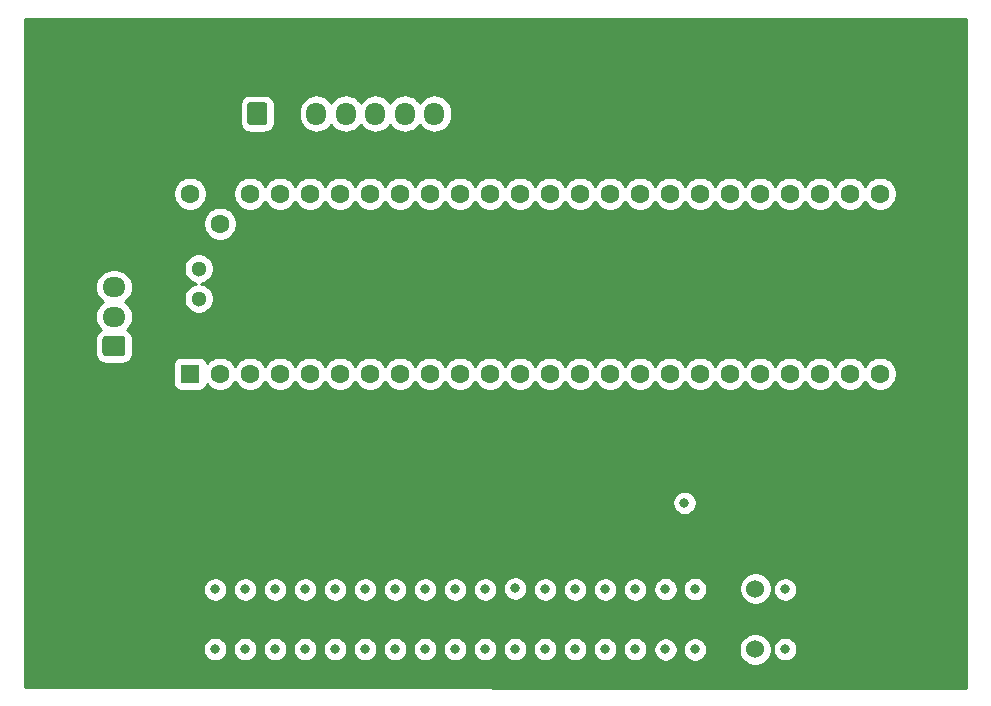
<source format=gbr>
G04 #@! TF.GenerationSoftware,KiCad,Pcbnew,(5.1.10)-1*
G04 #@! TF.CreationDate,2021-10-17T01:43:43+10:00*
G04 #@! TF.ProjectId,RedPyKeeb_MCU,52656450-794b-4656-9562-5f4d43552e6b,rev?*
G04 #@! TF.SameCoordinates,Original*
G04 #@! TF.FileFunction,Copper,L3,Inr*
G04 #@! TF.FilePolarity,Positive*
%FSLAX46Y46*%
G04 Gerber Fmt 4.6, Leading zero omitted, Abs format (unit mm)*
G04 Created by KiCad (PCBNEW (5.1.10)-1) date 2021-10-17 01:43:43*
%MOMM*%
%LPD*%
G01*
G04 APERTURE LIST*
G04 #@! TA.AperFunction,ComponentPad*
%ADD10C,1.600000*%
G04 #@! TD*
G04 #@! TA.AperFunction,ComponentPad*
%ADD11R,1.600000X1.600000*%
G04 #@! TD*
G04 #@! TA.AperFunction,ComponentPad*
%ADD12C,1.300000*%
G04 #@! TD*
G04 #@! TA.AperFunction,ComponentPad*
%ADD13O,1.700000X1.950000*%
G04 #@! TD*
G04 #@! TA.AperFunction,ComponentPad*
%ADD14O,1.950000X1.700000*%
G04 #@! TD*
G04 #@! TA.AperFunction,ViaPad*
%ADD15C,0.800000*%
G04 #@! TD*
G04 #@! TA.AperFunction,ViaPad*
%ADD16C,1.524000*%
G04 #@! TD*
G04 #@! TA.AperFunction,Conductor*
%ADD17C,0.254000*%
G04 #@! TD*
G04 #@! TA.AperFunction,Conductor*
%ADD18C,0.100000*%
G04 #@! TD*
G04 APERTURE END LIST*
D10*
X36195000Y-35052000D03*
X33655000Y-32512000D03*
X36195000Y-32512000D03*
X38735000Y-32512000D03*
X41275000Y-32512000D03*
X43815000Y-32512000D03*
X46355000Y-32512000D03*
X48895000Y-32512000D03*
X51435000Y-32512000D03*
X53975000Y-32512000D03*
X56515000Y-32512000D03*
X59055000Y-32512000D03*
X61595000Y-32512000D03*
X64135000Y-32512000D03*
X66675000Y-32512000D03*
D11*
X33655000Y-47752000D03*
D10*
X36195000Y-47752000D03*
X38735000Y-47752000D03*
X41275000Y-47752000D03*
X43815000Y-47752000D03*
X46355000Y-47752000D03*
X48895000Y-47752000D03*
X51435000Y-47752000D03*
X53975000Y-47752000D03*
X56515000Y-47752000D03*
X59055000Y-47752000D03*
X61595000Y-47752000D03*
X64135000Y-47752000D03*
X69215000Y-32512000D03*
X71755000Y-32512000D03*
X74295000Y-32512000D03*
X76835000Y-32512000D03*
X79375000Y-32512000D03*
X81915000Y-32512000D03*
X84455000Y-32512000D03*
X86995000Y-32512000D03*
X89535000Y-32512000D03*
X92075000Y-32512000D03*
X92075000Y-47752000D03*
X89535000Y-47752000D03*
X86995000Y-47752000D03*
X84455000Y-47752000D03*
X66675000Y-47752000D03*
X69215000Y-47752000D03*
X71755000Y-47752000D03*
X81915000Y-47752000D03*
X79375000Y-47752000D03*
X76835000Y-47752000D03*
X74295000Y-47752000D03*
D12*
X34385000Y-41402000D03*
X34385000Y-38862000D03*
D13*
X54344600Y-25730200D03*
X51844600Y-25730200D03*
X49344600Y-25730200D03*
X46844600Y-25730200D03*
X44344600Y-25730200D03*
X41844600Y-25730200D03*
G04 #@! TA.AperFunction,ComponentPad*
G36*
G01*
X38494600Y-26455200D02*
X38494600Y-25005200D01*
G75*
G02*
X38744600Y-24755200I250000J0D01*
G01*
X39944600Y-24755200D01*
G75*
G02*
X40194600Y-25005200I0J-250000D01*
G01*
X40194600Y-26455200D01*
G75*
G02*
X39944600Y-26705200I-250000J0D01*
G01*
X38744600Y-26705200D01*
G75*
G02*
X38494600Y-26455200I0J250000D01*
G01*
G37*
G04 #@! TD.AperFunction*
D14*
X27203400Y-37915200D03*
X27203400Y-40415200D03*
X27203400Y-42915200D03*
G04 #@! TA.AperFunction,ComponentPad*
G36*
G01*
X27928400Y-46265200D02*
X26478400Y-46265200D01*
G75*
G02*
X26228400Y-46015200I0J250000D01*
G01*
X26228400Y-44815200D01*
G75*
G02*
X26478400Y-44565200I250000J0D01*
G01*
X27928400Y-44565200D01*
G75*
G02*
X28178400Y-44815200I0J-250000D01*
G01*
X28178400Y-46015200D01*
G75*
G02*
X27928400Y-46265200I-250000J0D01*
G01*
G37*
G04 #@! TD.AperFunction*
D15*
X76400000Y-71100000D03*
X73900000Y-71100000D03*
X76400000Y-66000000D03*
X73900000Y-66000000D03*
X43390000Y-66025000D03*
X63017400Y-54102000D03*
X75514200Y-54762400D03*
X65963800Y-52578000D03*
D16*
X78937300Y-71140800D03*
X78950000Y-65997300D03*
D15*
X51010000Y-71075000D03*
X51010000Y-66025000D03*
X48470000Y-71075000D03*
X48470000Y-66025000D03*
X45930000Y-71075000D03*
X45930000Y-66025000D03*
X43390000Y-71075000D03*
X53550000Y-66025000D03*
X53550000Y-71075000D03*
X56090000Y-66025000D03*
X56090000Y-71075000D03*
X58630000Y-66025000D03*
X58630000Y-71075000D03*
X63710000Y-66025000D03*
X71330000Y-66025000D03*
X68790000Y-71075000D03*
X68790000Y-66025000D03*
X66250000Y-71075000D03*
X66250000Y-66025000D03*
X63710000Y-71075000D03*
X61170000Y-71075000D03*
X61170000Y-65930000D03*
X75514200Y-58695500D03*
D16*
X81515400Y-65946500D03*
X81490000Y-71102700D03*
D15*
X40850000Y-71075000D03*
X40850000Y-66025000D03*
X38310000Y-71075000D03*
X38310000Y-66025000D03*
X35770000Y-71075000D03*
X35770000Y-66025000D03*
X71330000Y-71075000D03*
X84042700Y-66022700D03*
X84030000Y-71075000D03*
D17*
X99315001Y-74339409D02*
X19685000Y-74270592D01*
X19685000Y-70973061D01*
X34735000Y-70973061D01*
X34735000Y-71176939D01*
X34774774Y-71376898D01*
X34852795Y-71565256D01*
X34966063Y-71734774D01*
X35110226Y-71878937D01*
X35279744Y-71992205D01*
X35468102Y-72070226D01*
X35668061Y-72110000D01*
X35871939Y-72110000D01*
X36071898Y-72070226D01*
X36260256Y-71992205D01*
X36429774Y-71878937D01*
X36573937Y-71734774D01*
X36687205Y-71565256D01*
X36765226Y-71376898D01*
X36805000Y-71176939D01*
X36805000Y-70973061D01*
X37275000Y-70973061D01*
X37275000Y-71176939D01*
X37314774Y-71376898D01*
X37392795Y-71565256D01*
X37506063Y-71734774D01*
X37650226Y-71878937D01*
X37819744Y-71992205D01*
X38008102Y-72070226D01*
X38208061Y-72110000D01*
X38411939Y-72110000D01*
X38611898Y-72070226D01*
X38800256Y-71992205D01*
X38969774Y-71878937D01*
X39113937Y-71734774D01*
X39227205Y-71565256D01*
X39305226Y-71376898D01*
X39345000Y-71176939D01*
X39345000Y-70973061D01*
X39815000Y-70973061D01*
X39815000Y-71176939D01*
X39854774Y-71376898D01*
X39932795Y-71565256D01*
X40046063Y-71734774D01*
X40190226Y-71878937D01*
X40359744Y-71992205D01*
X40548102Y-72070226D01*
X40748061Y-72110000D01*
X40951939Y-72110000D01*
X41151898Y-72070226D01*
X41340256Y-71992205D01*
X41509774Y-71878937D01*
X41653937Y-71734774D01*
X41767205Y-71565256D01*
X41845226Y-71376898D01*
X41885000Y-71176939D01*
X41885000Y-70973061D01*
X42355000Y-70973061D01*
X42355000Y-71176939D01*
X42394774Y-71376898D01*
X42472795Y-71565256D01*
X42586063Y-71734774D01*
X42730226Y-71878937D01*
X42899744Y-71992205D01*
X43088102Y-72070226D01*
X43288061Y-72110000D01*
X43491939Y-72110000D01*
X43691898Y-72070226D01*
X43880256Y-71992205D01*
X44049774Y-71878937D01*
X44193937Y-71734774D01*
X44307205Y-71565256D01*
X44385226Y-71376898D01*
X44425000Y-71176939D01*
X44425000Y-70973061D01*
X44895000Y-70973061D01*
X44895000Y-71176939D01*
X44934774Y-71376898D01*
X45012795Y-71565256D01*
X45126063Y-71734774D01*
X45270226Y-71878937D01*
X45439744Y-71992205D01*
X45628102Y-72070226D01*
X45828061Y-72110000D01*
X46031939Y-72110000D01*
X46231898Y-72070226D01*
X46420256Y-71992205D01*
X46589774Y-71878937D01*
X46733937Y-71734774D01*
X46847205Y-71565256D01*
X46925226Y-71376898D01*
X46965000Y-71176939D01*
X46965000Y-70973061D01*
X47435000Y-70973061D01*
X47435000Y-71176939D01*
X47474774Y-71376898D01*
X47552795Y-71565256D01*
X47666063Y-71734774D01*
X47810226Y-71878937D01*
X47979744Y-71992205D01*
X48168102Y-72070226D01*
X48368061Y-72110000D01*
X48571939Y-72110000D01*
X48771898Y-72070226D01*
X48960256Y-71992205D01*
X49129774Y-71878937D01*
X49273937Y-71734774D01*
X49387205Y-71565256D01*
X49465226Y-71376898D01*
X49505000Y-71176939D01*
X49505000Y-70973061D01*
X49975000Y-70973061D01*
X49975000Y-71176939D01*
X50014774Y-71376898D01*
X50092795Y-71565256D01*
X50206063Y-71734774D01*
X50350226Y-71878937D01*
X50519744Y-71992205D01*
X50708102Y-72070226D01*
X50908061Y-72110000D01*
X51111939Y-72110000D01*
X51311898Y-72070226D01*
X51500256Y-71992205D01*
X51669774Y-71878937D01*
X51813937Y-71734774D01*
X51927205Y-71565256D01*
X52005226Y-71376898D01*
X52045000Y-71176939D01*
X52045000Y-70973061D01*
X52515000Y-70973061D01*
X52515000Y-71176939D01*
X52554774Y-71376898D01*
X52632795Y-71565256D01*
X52746063Y-71734774D01*
X52890226Y-71878937D01*
X53059744Y-71992205D01*
X53248102Y-72070226D01*
X53448061Y-72110000D01*
X53651939Y-72110000D01*
X53851898Y-72070226D01*
X54040256Y-71992205D01*
X54209774Y-71878937D01*
X54353937Y-71734774D01*
X54467205Y-71565256D01*
X54545226Y-71376898D01*
X54585000Y-71176939D01*
X54585000Y-70973061D01*
X55055000Y-70973061D01*
X55055000Y-71176939D01*
X55094774Y-71376898D01*
X55172795Y-71565256D01*
X55286063Y-71734774D01*
X55430226Y-71878937D01*
X55599744Y-71992205D01*
X55788102Y-72070226D01*
X55988061Y-72110000D01*
X56191939Y-72110000D01*
X56391898Y-72070226D01*
X56580256Y-71992205D01*
X56749774Y-71878937D01*
X56893937Y-71734774D01*
X57007205Y-71565256D01*
X57085226Y-71376898D01*
X57125000Y-71176939D01*
X57125000Y-70973061D01*
X57595000Y-70973061D01*
X57595000Y-71176939D01*
X57634774Y-71376898D01*
X57712795Y-71565256D01*
X57826063Y-71734774D01*
X57970226Y-71878937D01*
X58139744Y-71992205D01*
X58328102Y-72070226D01*
X58528061Y-72110000D01*
X58731939Y-72110000D01*
X58931898Y-72070226D01*
X59120256Y-71992205D01*
X59289774Y-71878937D01*
X59433937Y-71734774D01*
X59547205Y-71565256D01*
X59625226Y-71376898D01*
X59665000Y-71176939D01*
X59665000Y-70973061D01*
X60135000Y-70973061D01*
X60135000Y-71176939D01*
X60174774Y-71376898D01*
X60252795Y-71565256D01*
X60366063Y-71734774D01*
X60510226Y-71878937D01*
X60679744Y-71992205D01*
X60868102Y-72070226D01*
X61068061Y-72110000D01*
X61271939Y-72110000D01*
X61471898Y-72070226D01*
X61660256Y-71992205D01*
X61829774Y-71878937D01*
X61973937Y-71734774D01*
X62087205Y-71565256D01*
X62165226Y-71376898D01*
X62205000Y-71176939D01*
X62205000Y-70973061D01*
X62675000Y-70973061D01*
X62675000Y-71176939D01*
X62714774Y-71376898D01*
X62792795Y-71565256D01*
X62906063Y-71734774D01*
X63050226Y-71878937D01*
X63219744Y-71992205D01*
X63408102Y-72070226D01*
X63608061Y-72110000D01*
X63811939Y-72110000D01*
X64011898Y-72070226D01*
X64200256Y-71992205D01*
X64369774Y-71878937D01*
X64513937Y-71734774D01*
X64627205Y-71565256D01*
X64705226Y-71376898D01*
X64745000Y-71176939D01*
X64745000Y-70973061D01*
X65215000Y-70973061D01*
X65215000Y-71176939D01*
X65254774Y-71376898D01*
X65332795Y-71565256D01*
X65446063Y-71734774D01*
X65590226Y-71878937D01*
X65759744Y-71992205D01*
X65948102Y-72070226D01*
X66148061Y-72110000D01*
X66351939Y-72110000D01*
X66551898Y-72070226D01*
X66740256Y-71992205D01*
X66909774Y-71878937D01*
X67053937Y-71734774D01*
X67167205Y-71565256D01*
X67245226Y-71376898D01*
X67285000Y-71176939D01*
X67285000Y-70973061D01*
X67755000Y-70973061D01*
X67755000Y-71176939D01*
X67794774Y-71376898D01*
X67872795Y-71565256D01*
X67986063Y-71734774D01*
X68130226Y-71878937D01*
X68299744Y-71992205D01*
X68488102Y-72070226D01*
X68688061Y-72110000D01*
X68891939Y-72110000D01*
X69091898Y-72070226D01*
X69280256Y-71992205D01*
X69449774Y-71878937D01*
X69593937Y-71734774D01*
X69707205Y-71565256D01*
X69785226Y-71376898D01*
X69825000Y-71176939D01*
X69825000Y-70973061D01*
X70295000Y-70973061D01*
X70295000Y-71176939D01*
X70334774Y-71376898D01*
X70412795Y-71565256D01*
X70526063Y-71734774D01*
X70670226Y-71878937D01*
X70839744Y-71992205D01*
X71028102Y-72070226D01*
X71228061Y-72110000D01*
X71431939Y-72110000D01*
X71631898Y-72070226D01*
X71820256Y-71992205D01*
X71989774Y-71878937D01*
X72133937Y-71734774D01*
X72247205Y-71565256D01*
X72325226Y-71376898D01*
X72365000Y-71176939D01*
X72365000Y-70998061D01*
X72865000Y-70998061D01*
X72865000Y-71201939D01*
X72904774Y-71401898D01*
X72982795Y-71590256D01*
X73096063Y-71759774D01*
X73240226Y-71903937D01*
X73409744Y-72017205D01*
X73598102Y-72095226D01*
X73798061Y-72135000D01*
X74001939Y-72135000D01*
X74201898Y-72095226D01*
X74390256Y-72017205D01*
X74559774Y-71903937D01*
X74703937Y-71759774D01*
X74817205Y-71590256D01*
X74895226Y-71401898D01*
X74935000Y-71201939D01*
X74935000Y-70998061D01*
X75365000Y-70998061D01*
X75365000Y-71201939D01*
X75404774Y-71401898D01*
X75482795Y-71590256D01*
X75596063Y-71759774D01*
X75740226Y-71903937D01*
X75909744Y-72017205D01*
X76098102Y-72095226D01*
X76298061Y-72135000D01*
X76501939Y-72135000D01*
X76701898Y-72095226D01*
X76890256Y-72017205D01*
X77059774Y-71903937D01*
X77203937Y-71759774D01*
X77317205Y-71590256D01*
X77395226Y-71401898D01*
X77435000Y-71201939D01*
X77435000Y-70998061D01*
X77428446Y-70965108D01*
X80093000Y-70965108D01*
X80093000Y-71240292D01*
X80146686Y-71510190D01*
X80251995Y-71764427D01*
X80404880Y-71993235D01*
X80599465Y-72187820D01*
X80828273Y-72340705D01*
X81082510Y-72446014D01*
X81352408Y-72499700D01*
X81627592Y-72499700D01*
X81897490Y-72446014D01*
X82151727Y-72340705D01*
X82380535Y-72187820D01*
X82575120Y-71993235D01*
X82728005Y-71764427D01*
X82833314Y-71510190D01*
X82887000Y-71240292D01*
X82887000Y-70973061D01*
X82995000Y-70973061D01*
X82995000Y-71176939D01*
X83034774Y-71376898D01*
X83112795Y-71565256D01*
X83226063Y-71734774D01*
X83370226Y-71878937D01*
X83539744Y-71992205D01*
X83728102Y-72070226D01*
X83928061Y-72110000D01*
X84131939Y-72110000D01*
X84331898Y-72070226D01*
X84520256Y-71992205D01*
X84689774Y-71878937D01*
X84833937Y-71734774D01*
X84947205Y-71565256D01*
X85025226Y-71376898D01*
X85065000Y-71176939D01*
X85065000Y-70973061D01*
X85025226Y-70773102D01*
X84947205Y-70584744D01*
X84833937Y-70415226D01*
X84689774Y-70271063D01*
X84520256Y-70157795D01*
X84331898Y-70079774D01*
X84131939Y-70040000D01*
X83928061Y-70040000D01*
X83728102Y-70079774D01*
X83539744Y-70157795D01*
X83370226Y-70271063D01*
X83226063Y-70415226D01*
X83112795Y-70584744D01*
X83034774Y-70773102D01*
X82995000Y-70973061D01*
X82887000Y-70973061D01*
X82887000Y-70965108D01*
X82833314Y-70695210D01*
X82728005Y-70440973D01*
X82575120Y-70212165D01*
X82380535Y-70017580D01*
X82151727Y-69864695D01*
X81897490Y-69759386D01*
X81627592Y-69705700D01*
X81352408Y-69705700D01*
X81082510Y-69759386D01*
X80828273Y-69864695D01*
X80599465Y-70017580D01*
X80404880Y-70212165D01*
X80251995Y-70440973D01*
X80146686Y-70695210D01*
X80093000Y-70965108D01*
X77428446Y-70965108D01*
X77395226Y-70798102D01*
X77317205Y-70609744D01*
X77203937Y-70440226D01*
X77059774Y-70296063D01*
X76890256Y-70182795D01*
X76701898Y-70104774D01*
X76501939Y-70065000D01*
X76298061Y-70065000D01*
X76098102Y-70104774D01*
X75909744Y-70182795D01*
X75740226Y-70296063D01*
X75596063Y-70440226D01*
X75482795Y-70609744D01*
X75404774Y-70798102D01*
X75365000Y-70998061D01*
X74935000Y-70998061D01*
X74895226Y-70798102D01*
X74817205Y-70609744D01*
X74703937Y-70440226D01*
X74559774Y-70296063D01*
X74390256Y-70182795D01*
X74201898Y-70104774D01*
X74001939Y-70065000D01*
X73798061Y-70065000D01*
X73598102Y-70104774D01*
X73409744Y-70182795D01*
X73240226Y-70296063D01*
X73096063Y-70440226D01*
X72982795Y-70609744D01*
X72904774Y-70798102D01*
X72865000Y-70998061D01*
X72365000Y-70998061D01*
X72365000Y-70973061D01*
X72325226Y-70773102D01*
X72247205Y-70584744D01*
X72133937Y-70415226D01*
X71989774Y-70271063D01*
X71820256Y-70157795D01*
X71631898Y-70079774D01*
X71431939Y-70040000D01*
X71228061Y-70040000D01*
X71028102Y-70079774D01*
X70839744Y-70157795D01*
X70670226Y-70271063D01*
X70526063Y-70415226D01*
X70412795Y-70584744D01*
X70334774Y-70773102D01*
X70295000Y-70973061D01*
X69825000Y-70973061D01*
X69785226Y-70773102D01*
X69707205Y-70584744D01*
X69593937Y-70415226D01*
X69449774Y-70271063D01*
X69280256Y-70157795D01*
X69091898Y-70079774D01*
X68891939Y-70040000D01*
X68688061Y-70040000D01*
X68488102Y-70079774D01*
X68299744Y-70157795D01*
X68130226Y-70271063D01*
X67986063Y-70415226D01*
X67872795Y-70584744D01*
X67794774Y-70773102D01*
X67755000Y-70973061D01*
X67285000Y-70973061D01*
X67245226Y-70773102D01*
X67167205Y-70584744D01*
X67053937Y-70415226D01*
X66909774Y-70271063D01*
X66740256Y-70157795D01*
X66551898Y-70079774D01*
X66351939Y-70040000D01*
X66148061Y-70040000D01*
X65948102Y-70079774D01*
X65759744Y-70157795D01*
X65590226Y-70271063D01*
X65446063Y-70415226D01*
X65332795Y-70584744D01*
X65254774Y-70773102D01*
X65215000Y-70973061D01*
X64745000Y-70973061D01*
X64705226Y-70773102D01*
X64627205Y-70584744D01*
X64513937Y-70415226D01*
X64369774Y-70271063D01*
X64200256Y-70157795D01*
X64011898Y-70079774D01*
X63811939Y-70040000D01*
X63608061Y-70040000D01*
X63408102Y-70079774D01*
X63219744Y-70157795D01*
X63050226Y-70271063D01*
X62906063Y-70415226D01*
X62792795Y-70584744D01*
X62714774Y-70773102D01*
X62675000Y-70973061D01*
X62205000Y-70973061D01*
X62165226Y-70773102D01*
X62087205Y-70584744D01*
X61973937Y-70415226D01*
X61829774Y-70271063D01*
X61660256Y-70157795D01*
X61471898Y-70079774D01*
X61271939Y-70040000D01*
X61068061Y-70040000D01*
X60868102Y-70079774D01*
X60679744Y-70157795D01*
X60510226Y-70271063D01*
X60366063Y-70415226D01*
X60252795Y-70584744D01*
X60174774Y-70773102D01*
X60135000Y-70973061D01*
X59665000Y-70973061D01*
X59625226Y-70773102D01*
X59547205Y-70584744D01*
X59433937Y-70415226D01*
X59289774Y-70271063D01*
X59120256Y-70157795D01*
X58931898Y-70079774D01*
X58731939Y-70040000D01*
X58528061Y-70040000D01*
X58328102Y-70079774D01*
X58139744Y-70157795D01*
X57970226Y-70271063D01*
X57826063Y-70415226D01*
X57712795Y-70584744D01*
X57634774Y-70773102D01*
X57595000Y-70973061D01*
X57125000Y-70973061D01*
X57085226Y-70773102D01*
X57007205Y-70584744D01*
X56893937Y-70415226D01*
X56749774Y-70271063D01*
X56580256Y-70157795D01*
X56391898Y-70079774D01*
X56191939Y-70040000D01*
X55988061Y-70040000D01*
X55788102Y-70079774D01*
X55599744Y-70157795D01*
X55430226Y-70271063D01*
X55286063Y-70415226D01*
X55172795Y-70584744D01*
X55094774Y-70773102D01*
X55055000Y-70973061D01*
X54585000Y-70973061D01*
X54545226Y-70773102D01*
X54467205Y-70584744D01*
X54353937Y-70415226D01*
X54209774Y-70271063D01*
X54040256Y-70157795D01*
X53851898Y-70079774D01*
X53651939Y-70040000D01*
X53448061Y-70040000D01*
X53248102Y-70079774D01*
X53059744Y-70157795D01*
X52890226Y-70271063D01*
X52746063Y-70415226D01*
X52632795Y-70584744D01*
X52554774Y-70773102D01*
X52515000Y-70973061D01*
X52045000Y-70973061D01*
X52005226Y-70773102D01*
X51927205Y-70584744D01*
X51813937Y-70415226D01*
X51669774Y-70271063D01*
X51500256Y-70157795D01*
X51311898Y-70079774D01*
X51111939Y-70040000D01*
X50908061Y-70040000D01*
X50708102Y-70079774D01*
X50519744Y-70157795D01*
X50350226Y-70271063D01*
X50206063Y-70415226D01*
X50092795Y-70584744D01*
X50014774Y-70773102D01*
X49975000Y-70973061D01*
X49505000Y-70973061D01*
X49465226Y-70773102D01*
X49387205Y-70584744D01*
X49273937Y-70415226D01*
X49129774Y-70271063D01*
X48960256Y-70157795D01*
X48771898Y-70079774D01*
X48571939Y-70040000D01*
X48368061Y-70040000D01*
X48168102Y-70079774D01*
X47979744Y-70157795D01*
X47810226Y-70271063D01*
X47666063Y-70415226D01*
X47552795Y-70584744D01*
X47474774Y-70773102D01*
X47435000Y-70973061D01*
X46965000Y-70973061D01*
X46925226Y-70773102D01*
X46847205Y-70584744D01*
X46733937Y-70415226D01*
X46589774Y-70271063D01*
X46420256Y-70157795D01*
X46231898Y-70079774D01*
X46031939Y-70040000D01*
X45828061Y-70040000D01*
X45628102Y-70079774D01*
X45439744Y-70157795D01*
X45270226Y-70271063D01*
X45126063Y-70415226D01*
X45012795Y-70584744D01*
X44934774Y-70773102D01*
X44895000Y-70973061D01*
X44425000Y-70973061D01*
X44385226Y-70773102D01*
X44307205Y-70584744D01*
X44193937Y-70415226D01*
X44049774Y-70271063D01*
X43880256Y-70157795D01*
X43691898Y-70079774D01*
X43491939Y-70040000D01*
X43288061Y-70040000D01*
X43088102Y-70079774D01*
X42899744Y-70157795D01*
X42730226Y-70271063D01*
X42586063Y-70415226D01*
X42472795Y-70584744D01*
X42394774Y-70773102D01*
X42355000Y-70973061D01*
X41885000Y-70973061D01*
X41845226Y-70773102D01*
X41767205Y-70584744D01*
X41653937Y-70415226D01*
X41509774Y-70271063D01*
X41340256Y-70157795D01*
X41151898Y-70079774D01*
X40951939Y-70040000D01*
X40748061Y-70040000D01*
X40548102Y-70079774D01*
X40359744Y-70157795D01*
X40190226Y-70271063D01*
X40046063Y-70415226D01*
X39932795Y-70584744D01*
X39854774Y-70773102D01*
X39815000Y-70973061D01*
X39345000Y-70973061D01*
X39305226Y-70773102D01*
X39227205Y-70584744D01*
X39113937Y-70415226D01*
X38969774Y-70271063D01*
X38800256Y-70157795D01*
X38611898Y-70079774D01*
X38411939Y-70040000D01*
X38208061Y-70040000D01*
X38008102Y-70079774D01*
X37819744Y-70157795D01*
X37650226Y-70271063D01*
X37506063Y-70415226D01*
X37392795Y-70584744D01*
X37314774Y-70773102D01*
X37275000Y-70973061D01*
X36805000Y-70973061D01*
X36765226Y-70773102D01*
X36687205Y-70584744D01*
X36573937Y-70415226D01*
X36429774Y-70271063D01*
X36260256Y-70157795D01*
X36071898Y-70079774D01*
X35871939Y-70040000D01*
X35668061Y-70040000D01*
X35468102Y-70079774D01*
X35279744Y-70157795D01*
X35110226Y-70271063D01*
X34966063Y-70415226D01*
X34852795Y-70584744D01*
X34774774Y-70773102D01*
X34735000Y-70973061D01*
X19685000Y-70973061D01*
X19685000Y-65923061D01*
X34735000Y-65923061D01*
X34735000Y-66126939D01*
X34774774Y-66326898D01*
X34852795Y-66515256D01*
X34966063Y-66684774D01*
X35110226Y-66828937D01*
X35279744Y-66942205D01*
X35468102Y-67020226D01*
X35668061Y-67060000D01*
X35871939Y-67060000D01*
X36071898Y-67020226D01*
X36260256Y-66942205D01*
X36429774Y-66828937D01*
X36573937Y-66684774D01*
X36687205Y-66515256D01*
X36765226Y-66326898D01*
X36805000Y-66126939D01*
X36805000Y-65923061D01*
X37275000Y-65923061D01*
X37275000Y-66126939D01*
X37314774Y-66326898D01*
X37392795Y-66515256D01*
X37506063Y-66684774D01*
X37650226Y-66828937D01*
X37819744Y-66942205D01*
X38008102Y-67020226D01*
X38208061Y-67060000D01*
X38411939Y-67060000D01*
X38611898Y-67020226D01*
X38800256Y-66942205D01*
X38969774Y-66828937D01*
X39113937Y-66684774D01*
X39227205Y-66515256D01*
X39305226Y-66326898D01*
X39345000Y-66126939D01*
X39345000Y-65923061D01*
X39815000Y-65923061D01*
X39815000Y-66126939D01*
X39854774Y-66326898D01*
X39932795Y-66515256D01*
X40046063Y-66684774D01*
X40190226Y-66828937D01*
X40359744Y-66942205D01*
X40548102Y-67020226D01*
X40748061Y-67060000D01*
X40951939Y-67060000D01*
X41151898Y-67020226D01*
X41340256Y-66942205D01*
X41509774Y-66828937D01*
X41653937Y-66684774D01*
X41767205Y-66515256D01*
X41845226Y-66326898D01*
X41885000Y-66126939D01*
X41885000Y-65923061D01*
X42355000Y-65923061D01*
X42355000Y-66126939D01*
X42394774Y-66326898D01*
X42472795Y-66515256D01*
X42586063Y-66684774D01*
X42730226Y-66828937D01*
X42899744Y-66942205D01*
X43088102Y-67020226D01*
X43288061Y-67060000D01*
X43491939Y-67060000D01*
X43691898Y-67020226D01*
X43880256Y-66942205D01*
X44049774Y-66828937D01*
X44193937Y-66684774D01*
X44307205Y-66515256D01*
X44385226Y-66326898D01*
X44425000Y-66126939D01*
X44425000Y-65923061D01*
X44895000Y-65923061D01*
X44895000Y-66126939D01*
X44934774Y-66326898D01*
X45012795Y-66515256D01*
X45126063Y-66684774D01*
X45270226Y-66828937D01*
X45439744Y-66942205D01*
X45628102Y-67020226D01*
X45828061Y-67060000D01*
X46031939Y-67060000D01*
X46231898Y-67020226D01*
X46420256Y-66942205D01*
X46589774Y-66828937D01*
X46733937Y-66684774D01*
X46847205Y-66515256D01*
X46925226Y-66326898D01*
X46965000Y-66126939D01*
X46965000Y-65923061D01*
X47435000Y-65923061D01*
X47435000Y-66126939D01*
X47474774Y-66326898D01*
X47552795Y-66515256D01*
X47666063Y-66684774D01*
X47810226Y-66828937D01*
X47979744Y-66942205D01*
X48168102Y-67020226D01*
X48368061Y-67060000D01*
X48571939Y-67060000D01*
X48771898Y-67020226D01*
X48960256Y-66942205D01*
X49129774Y-66828937D01*
X49273937Y-66684774D01*
X49387205Y-66515256D01*
X49465226Y-66326898D01*
X49505000Y-66126939D01*
X49505000Y-65923061D01*
X49975000Y-65923061D01*
X49975000Y-66126939D01*
X50014774Y-66326898D01*
X50092795Y-66515256D01*
X50206063Y-66684774D01*
X50350226Y-66828937D01*
X50519744Y-66942205D01*
X50708102Y-67020226D01*
X50908061Y-67060000D01*
X51111939Y-67060000D01*
X51311898Y-67020226D01*
X51500256Y-66942205D01*
X51669774Y-66828937D01*
X51813937Y-66684774D01*
X51927205Y-66515256D01*
X52005226Y-66326898D01*
X52045000Y-66126939D01*
X52045000Y-65923061D01*
X52515000Y-65923061D01*
X52515000Y-66126939D01*
X52554774Y-66326898D01*
X52632795Y-66515256D01*
X52746063Y-66684774D01*
X52890226Y-66828937D01*
X53059744Y-66942205D01*
X53248102Y-67020226D01*
X53448061Y-67060000D01*
X53651939Y-67060000D01*
X53851898Y-67020226D01*
X54040256Y-66942205D01*
X54209774Y-66828937D01*
X54353937Y-66684774D01*
X54467205Y-66515256D01*
X54545226Y-66326898D01*
X54585000Y-66126939D01*
X54585000Y-65923061D01*
X55055000Y-65923061D01*
X55055000Y-66126939D01*
X55094774Y-66326898D01*
X55172795Y-66515256D01*
X55286063Y-66684774D01*
X55430226Y-66828937D01*
X55599744Y-66942205D01*
X55788102Y-67020226D01*
X55988061Y-67060000D01*
X56191939Y-67060000D01*
X56391898Y-67020226D01*
X56580256Y-66942205D01*
X56749774Y-66828937D01*
X56893937Y-66684774D01*
X57007205Y-66515256D01*
X57085226Y-66326898D01*
X57125000Y-66126939D01*
X57125000Y-65923061D01*
X57595000Y-65923061D01*
X57595000Y-66126939D01*
X57634774Y-66326898D01*
X57712795Y-66515256D01*
X57826063Y-66684774D01*
X57970226Y-66828937D01*
X58139744Y-66942205D01*
X58328102Y-67020226D01*
X58528061Y-67060000D01*
X58731939Y-67060000D01*
X58931898Y-67020226D01*
X59120256Y-66942205D01*
X59289774Y-66828937D01*
X59433937Y-66684774D01*
X59547205Y-66515256D01*
X59625226Y-66326898D01*
X59665000Y-66126939D01*
X59665000Y-65923061D01*
X59646104Y-65828061D01*
X60135000Y-65828061D01*
X60135000Y-66031939D01*
X60174774Y-66231898D01*
X60252795Y-66420256D01*
X60366063Y-66589774D01*
X60510226Y-66733937D01*
X60679744Y-66847205D01*
X60868102Y-66925226D01*
X61068061Y-66965000D01*
X61271939Y-66965000D01*
X61471898Y-66925226D01*
X61660256Y-66847205D01*
X61829774Y-66733937D01*
X61973937Y-66589774D01*
X62087205Y-66420256D01*
X62165226Y-66231898D01*
X62205000Y-66031939D01*
X62205000Y-65923061D01*
X62675000Y-65923061D01*
X62675000Y-66126939D01*
X62714774Y-66326898D01*
X62792795Y-66515256D01*
X62906063Y-66684774D01*
X63050226Y-66828937D01*
X63219744Y-66942205D01*
X63408102Y-67020226D01*
X63608061Y-67060000D01*
X63811939Y-67060000D01*
X64011898Y-67020226D01*
X64200256Y-66942205D01*
X64369774Y-66828937D01*
X64513937Y-66684774D01*
X64627205Y-66515256D01*
X64705226Y-66326898D01*
X64745000Y-66126939D01*
X64745000Y-65923061D01*
X65215000Y-65923061D01*
X65215000Y-66126939D01*
X65254774Y-66326898D01*
X65332795Y-66515256D01*
X65446063Y-66684774D01*
X65590226Y-66828937D01*
X65759744Y-66942205D01*
X65948102Y-67020226D01*
X66148061Y-67060000D01*
X66351939Y-67060000D01*
X66551898Y-67020226D01*
X66740256Y-66942205D01*
X66909774Y-66828937D01*
X67053937Y-66684774D01*
X67167205Y-66515256D01*
X67245226Y-66326898D01*
X67285000Y-66126939D01*
X67285000Y-65923061D01*
X67755000Y-65923061D01*
X67755000Y-66126939D01*
X67794774Y-66326898D01*
X67872795Y-66515256D01*
X67986063Y-66684774D01*
X68130226Y-66828937D01*
X68299744Y-66942205D01*
X68488102Y-67020226D01*
X68688061Y-67060000D01*
X68891939Y-67060000D01*
X69091898Y-67020226D01*
X69280256Y-66942205D01*
X69449774Y-66828937D01*
X69593937Y-66684774D01*
X69707205Y-66515256D01*
X69785226Y-66326898D01*
X69825000Y-66126939D01*
X69825000Y-65923061D01*
X70295000Y-65923061D01*
X70295000Y-66126939D01*
X70334774Y-66326898D01*
X70412795Y-66515256D01*
X70526063Y-66684774D01*
X70670226Y-66828937D01*
X70839744Y-66942205D01*
X71028102Y-67020226D01*
X71228061Y-67060000D01*
X71431939Y-67060000D01*
X71631898Y-67020226D01*
X71820256Y-66942205D01*
X71989774Y-66828937D01*
X72133937Y-66684774D01*
X72247205Y-66515256D01*
X72325226Y-66326898D01*
X72365000Y-66126939D01*
X72365000Y-65923061D01*
X72360028Y-65898061D01*
X72865000Y-65898061D01*
X72865000Y-66101939D01*
X72904774Y-66301898D01*
X72982795Y-66490256D01*
X73096063Y-66659774D01*
X73240226Y-66803937D01*
X73409744Y-66917205D01*
X73598102Y-66995226D01*
X73798061Y-67035000D01*
X74001939Y-67035000D01*
X74201898Y-66995226D01*
X74390256Y-66917205D01*
X74559774Y-66803937D01*
X74703937Y-66659774D01*
X74817205Y-66490256D01*
X74895226Y-66301898D01*
X74935000Y-66101939D01*
X74935000Y-65898061D01*
X75365000Y-65898061D01*
X75365000Y-66101939D01*
X75404774Y-66301898D01*
X75482795Y-66490256D01*
X75596063Y-66659774D01*
X75740226Y-66803937D01*
X75909744Y-66917205D01*
X76098102Y-66995226D01*
X76298061Y-67035000D01*
X76501939Y-67035000D01*
X76701898Y-66995226D01*
X76890256Y-66917205D01*
X77059774Y-66803937D01*
X77203937Y-66659774D01*
X77317205Y-66490256D01*
X77395226Y-66301898D01*
X77435000Y-66101939D01*
X77435000Y-65898061D01*
X77417267Y-65808908D01*
X80118400Y-65808908D01*
X80118400Y-66084092D01*
X80172086Y-66353990D01*
X80277395Y-66608227D01*
X80430280Y-66837035D01*
X80624865Y-67031620D01*
X80853673Y-67184505D01*
X81107910Y-67289814D01*
X81377808Y-67343500D01*
X81652992Y-67343500D01*
X81922890Y-67289814D01*
X82177127Y-67184505D01*
X82405935Y-67031620D01*
X82600520Y-66837035D01*
X82753405Y-66608227D01*
X82858714Y-66353990D01*
X82912400Y-66084092D01*
X82912400Y-65920761D01*
X83007700Y-65920761D01*
X83007700Y-66124639D01*
X83047474Y-66324598D01*
X83125495Y-66512956D01*
X83238763Y-66682474D01*
X83382926Y-66826637D01*
X83552444Y-66939905D01*
X83740802Y-67017926D01*
X83940761Y-67057700D01*
X84144639Y-67057700D01*
X84344598Y-67017926D01*
X84532956Y-66939905D01*
X84702474Y-66826637D01*
X84846637Y-66682474D01*
X84959905Y-66512956D01*
X85037926Y-66324598D01*
X85077700Y-66124639D01*
X85077700Y-65920761D01*
X85037926Y-65720802D01*
X84959905Y-65532444D01*
X84846637Y-65362926D01*
X84702474Y-65218763D01*
X84532956Y-65105495D01*
X84344598Y-65027474D01*
X84144639Y-64987700D01*
X83940761Y-64987700D01*
X83740802Y-65027474D01*
X83552444Y-65105495D01*
X83382926Y-65218763D01*
X83238763Y-65362926D01*
X83125495Y-65532444D01*
X83047474Y-65720802D01*
X83007700Y-65920761D01*
X82912400Y-65920761D01*
X82912400Y-65808908D01*
X82858714Y-65539010D01*
X82753405Y-65284773D01*
X82600520Y-65055965D01*
X82405935Y-64861380D01*
X82177127Y-64708495D01*
X81922890Y-64603186D01*
X81652992Y-64549500D01*
X81377808Y-64549500D01*
X81107910Y-64603186D01*
X80853673Y-64708495D01*
X80624865Y-64861380D01*
X80430280Y-65055965D01*
X80277395Y-65284773D01*
X80172086Y-65539010D01*
X80118400Y-65808908D01*
X77417267Y-65808908D01*
X77395226Y-65698102D01*
X77317205Y-65509744D01*
X77203937Y-65340226D01*
X77059774Y-65196063D01*
X76890256Y-65082795D01*
X76701898Y-65004774D01*
X76501939Y-64965000D01*
X76298061Y-64965000D01*
X76098102Y-65004774D01*
X75909744Y-65082795D01*
X75740226Y-65196063D01*
X75596063Y-65340226D01*
X75482795Y-65509744D01*
X75404774Y-65698102D01*
X75365000Y-65898061D01*
X74935000Y-65898061D01*
X74895226Y-65698102D01*
X74817205Y-65509744D01*
X74703937Y-65340226D01*
X74559774Y-65196063D01*
X74390256Y-65082795D01*
X74201898Y-65004774D01*
X74001939Y-64965000D01*
X73798061Y-64965000D01*
X73598102Y-65004774D01*
X73409744Y-65082795D01*
X73240226Y-65196063D01*
X73096063Y-65340226D01*
X72982795Y-65509744D01*
X72904774Y-65698102D01*
X72865000Y-65898061D01*
X72360028Y-65898061D01*
X72325226Y-65723102D01*
X72247205Y-65534744D01*
X72133937Y-65365226D01*
X71989774Y-65221063D01*
X71820256Y-65107795D01*
X71631898Y-65029774D01*
X71431939Y-64990000D01*
X71228061Y-64990000D01*
X71028102Y-65029774D01*
X70839744Y-65107795D01*
X70670226Y-65221063D01*
X70526063Y-65365226D01*
X70412795Y-65534744D01*
X70334774Y-65723102D01*
X70295000Y-65923061D01*
X69825000Y-65923061D01*
X69785226Y-65723102D01*
X69707205Y-65534744D01*
X69593937Y-65365226D01*
X69449774Y-65221063D01*
X69280256Y-65107795D01*
X69091898Y-65029774D01*
X68891939Y-64990000D01*
X68688061Y-64990000D01*
X68488102Y-65029774D01*
X68299744Y-65107795D01*
X68130226Y-65221063D01*
X67986063Y-65365226D01*
X67872795Y-65534744D01*
X67794774Y-65723102D01*
X67755000Y-65923061D01*
X67285000Y-65923061D01*
X67245226Y-65723102D01*
X67167205Y-65534744D01*
X67053937Y-65365226D01*
X66909774Y-65221063D01*
X66740256Y-65107795D01*
X66551898Y-65029774D01*
X66351939Y-64990000D01*
X66148061Y-64990000D01*
X65948102Y-65029774D01*
X65759744Y-65107795D01*
X65590226Y-65221063D01*
X65446063Y-65365226D01*
X65332795Y-65534744D01*
X65254774Y-65723102D01*
X65215000Y-65923061D01*
X64745000Y-65923061D01*
X64705226Y-65723102D01*
X64627205Y-65534744D01*
X64513937Y-65365226D01*
X64369774Y-65221063D01*
X64200256Y-65107795D01*
X64011898Y-65029774D01*
X63811939Y-64990000D01*
X63608061Y-64990000D01*
X63408102Y-65029774D01*
X63219744Y-65107795D01*
X63050226Y-65221063D01*
X62906063Y-65365226D01*
X62792795Y-65534744D01*
X62714774Y-65723102D01*
X62675000Y-65923061D01*
X62205000Y-65923061D01*
X62205000Y-65828061D01*
X62165226Y-65628102D01*
X62087205Y-65439744D01*
X61973937Y-65270226D01*
X61829774Y-65126063D01*
X61660256Y-65012795D01*
X61471898Y-64934774D01*
X61271939Y-64895000D01*
X61068061Y-64895000D01*
X60868102Y-64934774D01*
X60679744Y-65012795D01*
X60510226Y-65126063D01*
X60366063Y-65270226D01*
X60252795Y-65439744D01*
X60174774Y-65628102D01*
X60135000Y-65828061D01*
X59646104Y-65828061D01*
X59625226Y-65723102D01*
X59547205Y-65534744D01*
X59433937Y-65365226D01*
X59289774Y-65221063D01*
X59120256Y-65107795D01*
X58931898Y-65029774D01*
X58731939Y-64990000D01*
X58528061Y-64990000D01*
X58328102Y-65029774D01*
X58139744Y-65107795D01*
X57970226Y-65221063D01*
X57826063Y-65365226D01*
X57712795Y-65534744D01*
X57634774Y-65723102D01*
X57595000Y-65923061D01*
X57125000Y-65923061D01*
X57085226Y-65723102D01*
X57007205Y-65534744D01*
X56893937Y-65365226D01*
X56749774Y-65221063D01*
X56580256Y-65107795D01*
X56391898Y-65029774D01*
X56191939Y-64990000D01*
X55988061Y-64990000D01*
X55788102Y-65029774D01*
X55599744Y-65107795D01*
X55430226Y-65221063D01*
X55286063Y-65365226D01*
X55172795Y-65534744D01*
X55094774Y-65723102D01*
X55055000Y-65923061D01*
X54585000Y-65923061D01*
X54545226Y-65723102D01*
X54467205Y-65534744D01*
X54353937Y-65365226D01*
X54209774Y-65221063D01*
X54040256Y-65107795D01*
X53851898Y-65029774D01*
X53651939Y-64990000D01*
X53448061Y-64990000D01*
X53248102Y-65029774D01*
X53059744Y-65107795D01*
X52890226Y-65221063D01*
X52746063Y-65365226D01*
X52632795Y-65534744D01*
X52554774Y-65723102D01*
X52515000Y-65923061D01*
X52045000Y-65923061D01*
X52005226Y-65723102D01*
X51927205Y-65534744D01*
X51813937Y-65365226D01*
X51669774Y-65221063D01*
X51500256Y-65107795D01*
X51311898Y-65029774D01*
X51111939Y-64990000D01*
X50908061Y-64990000D01*
X50708102Y-65029774D01*
X50519744Y-65107795D01*
X50350226Y-65221063D01*
X50206063Y-65365226D01*
X50092795Y-65534744D01*
X50014774Y-65723102D01*
X49975000Y-65923061D01*
X49505000Y-65923061D01*
X49465226Y-65723102D01*
X49387205Y-65534744D01*
X49273937Y-65365226D01*
X49129774Y-65221063D01*
X48960256Y-65107795D01*
X48771898Y-65029774D01*
X48571939Y-64990000D01*
X48368061Y-64990000D01*
X48168102Y-65029774D01*
X47979744Y-65107795D01*
X47810226Y-65221063D01*
X47666063Y-65365226D01*
X47552795Y-65534744D01*
X47474774Y-65723102D01*
X47435000Y-65923061D01*
X46965000Y-65923061D01*
X46925226Y-65723102D01*
X46847205Y-65534744D01*
X46733937Y-65365226D01*
X46589774Y-65221063D01*
X46420256Y-65107795D01*
X46231898Y-65029774D01*
X46031939Y-64990000D01*
X45828061Y-64990000D01*
X45628102Y-65029774D01*
X45439744Y-65107795D01*
X45270226Y-65221063D01*
X45126063Y-65365226D01*
X45012795Y-65534744D01*
X44934774Y-65723102D01*
X44895000Y-65923061D01*
X44425000Y-65923061D01*
X44385226Y-65723102D01*
X44307205Y-65534744D01*
X44193937Y-65365226D01*
X44049774Y-65221063D01*
X43880256Y-65107795D01*
X43691898Y-65029774D01*
X43491939Y-64990000D01*
X43288061Y-64990000D01*
X43088102Y-65029774D01*
X42899744Y-65107795D01*
X42730226Y-65221063D01*
X42586063Y-65365226D01*
X42472795Y-65534744D01*
X42394774Y-65723102D01*
X42355000Y-65923061D01*
X41885000Y-65923061D01*
X41845226Y-65723102D01*
X41767205Y-65534744D01*
X41653937Y-65365226D01*
X41509774Y-65221063D01*
X41340256Y-65107795D01*
X41151898Y-65029774D01*
X40951939Y-64990000D01*
X40748061Y-64990000D01*
X40548102Y-65029774D01*
X40359744Y-65107795D01*
X40190226Y-65221063D01*
X40046063Y-65365226D01*
X39932795Y-65534744D01*
X39854774Y-65723102D01*
X39815000Y-65923061D01*
X39345000Y-65923061D01*
X39305226Y-65723102D01*
X39227205Y-65534744D01*
X39113937Y-65365226D01*
X38969774Y-65221063D01*
X38800256Y-65107795D01*
X38611898Y-65029774D01*
X38411939Y-64990000D01*
X38208061Y-64990000D01*
X38008102Y-65029774D01*
X37819744Y-65107795D01*
X37650226Y-65221063D01*
X37506063Y-65365226D01*
X37392795Y-65534744D01*
X37314774Y-65723102D01*
X37275000Y-65923061D01*
X36805000Y-65923061D01*
X36765226Y-65723102D01*
X36687205Y-65534744D01*
X36573937Y-65365226D01*
X36429774Y-65221063D01*
X36260256Y-65107795D01*
X36071898Y-65029774D01*
X35871939Y-64990000D01*
X35668061Y-64990000D01*
X35468102Y-65029774D01*
X35279744Y-65107795D01*
X35110226Y-65221063D01*
X34966063Y-65365226D01*
X34852795Y-65534744D01*
X34774774Y-65723102D01*
X34735000Y-65923061D01*
X19685000Y-65923061D01*
X19685000Y-58593561D01*
X74479200Y-58593561D01*
X74479200Y-58797439D01*
X74518974Y-58997398D01*
X74596995Y-59185756D01*
X74710263Y-59355274D01*
X74854426Y-59499437D01*
X75023944Y-59612705D01*
X75212302Y-59690726D01*
X75412261Y-59730500D01*
X75616139Y-59730500D01*
X75816098Y-59690726D01*
X76004456Y-59612705D01*
X76173974Y-59499437D01*
X76318137Y-59355274D01*
X76431405Y-59185756D01*
X76509426Y-58997398D01*
X76549200Y-58797439D01*
X76549200Y-58593561D01*
X76509426Y-58393602D01*
X76431405Y-58205244D01*
X76318137Y-58035726D01*
X76173974Y-57891563D01*
X76004456Y-57778295D01*
X75816098Y-57700274D01*
X75616139Y-57660500D01*
X75412261Y-57660500D01*
X75212302Y-57700274D01*
X75023944Y-57778295D01*
X74854426Y-57891563D01*
X74710263Y-58035726D01*
X74596995Y-58205244D01*
X74518974Y-58393602D01*
X74479200Y-58593561D01*
X19685000Y-58593561D01*
X19685000Y-46952000D01*
X32216928Y-46952000D01*
X32216928Y-48552000D01*
X32229188Y-48676482D01*
X32265498Y-48796180D01*
X32324463Y-48906494D01*
X32403815Y-49003185D01*
X32500506Y-49082537D01*
X32610820Y-49141502D01*
X32730518Y-49177812D01*
X32855000Y-49190072D01*
X34455000Y-49190072D01*
X34579482Y-49177812D01*
X34699180Y-49141502D01*
X34809494Y-49082537D01*
X34906185Y-49003185D01*
X34985537Y-48906494D01*
X35044502Y-48796180D01*
X35080812Y-48676482D01*
X35081643Y-48668039D01*
X35280241Y-48866637D01*
X35515273Y-49023680D01*
X35776426Y-49131853D01*
X36053665Y-49187000D01*
X36336335Y-49187000D01*
X36613574Y-49131853D01*
X36874727Y-49023680D01*
X37109759Y-48866637D01*
X37309637Y-48666759D01*
X37465000Y-48434241D01*
X37620363Y-48666759D01*
X37820241Y-48866637D01*
X38055273Y-49023680D01*
X38316426Y-49131853D01*
X38593665Y-49187000D01*
X38876335Y-49187000D01*
X39153574Y-49131853D01*
X39414727Y-49023680D01*
X39649759Y-48866637D01*
X39849637Y-48666759D01*
X40005000Y-48434241D01*
X40160363Y-48666759D01*
X40360241Y-48866637D01*
X40595273Y-49023680D01*
X40856426Y-49131853D01*
X41133665Y-49187000D01*
X41416335Y-49187000D01*
X41693574Y-49131853D01*
X41954727Y-49023680D01*
X42189759Y-48866637D01*
X42389637Y-48666759D01*
X42545000Y-48434241D01*
X42700363Y-48666759D01*
X42900241Y-48866637D01*
X43135273Y-49023680D01*
X43396426Y-49131853D01*
X43673665Y-49187000D01*
X43956335Y-49187000D01*
X44233574Y-49131853D01*
X44494727Y-49023680D01*
X44729759Y-48866637D01*
X44929637Y-48666759D01*
X45085000Y-48434241D01*
X45240363Y-48666759D01*
X45440241Y-48866637D01*
X45675273Y-49023680D01*
X45936426Y-49131853D01*
X46213665Y-49187000D01*
X46496335Y-49187000D01*
X46773574Y-49131853D01*
X47034727Y-49023680D01*
X47269759Y-48866637D01*
X47469637Y-48666759D01*
X47625000Y-48434241D01*
X47780363Y-48666759D01*
X47980241Y-48866637D01*
X48215273Y-49023680D01*
X48476426Y-49131853D01*
X48753665Y-49187000D01*
X49036335Y-49187000D01*
X49313574Y-49131853D01*
X49574727Y-49023680D01*
X49809759Y-48866637D01*
X50009637Y-48666759D01*
X50165000Y-48434241D01*
X50320363Y-48666759D01*
X50520241Y-48866637D01*
X50755273Y-49023680D01*
X51016426Y-49131853D01*
X51293665Y-49187000D01*
X51576335Y-49187000D01*
X51853574Y-49131853D01*
X52114727Y-49023680D01*
X52349759Y-48866637D01*
X52549637Y-48666759D01*
X52705000Y-48434241D01*
X52860363Y-48666759D01*
X53060241Y-48866637D01*
X53295273Y-49023680D01*
X53556426Y-49131853D01*
X53833665Y-49187000D01*
X54116335Y-49187000D01*
X54393574Y-49131853D01*
X54654727Y-49023680D01*
X54889759Y-48866637D01*
X55089637Y-48666759D01*
X55245000Y-48434241D01*
X55400363Y-48666759D01*
X55600241Y-48866637D01*
X55835273Y-49023680D01*
X56096426Y-49131853D01*
X56373665Y-49187000D01*
X56656335Y-49187000D01*
X56933574Y-49131853D01*
X57194727Y-49023680D01*
X57429759Y-48866637D01*
X57629637Y-48666759D01*
X57785000Y-48434241D01*
X57940363Y-48666759D01*
X58140241Y-48866637D01*
X58375273Y-49023680D01*
X58636426Y-49131853D01*
X58913665Y-49187000D01*
X59196335Y-49187000D01*
X59473574Y-49131853D01*
X59734727Y-49023680D01*
X59969759Y-48866637D01*
X60169637Y-48666759D01*
X60325000Y-48434241D01*
X60480363Y-48666759D01*
X60680241Y-48866637D01*
X60915273Y-49023680D01*
X61176426Y-49131853D01*
X61453665Y-49187000D01*
X61736335Y-49187000D01*
X62013574Y-49131853D01*
X62274727Y-49023680D01*
X62509759Y-48866637D01*
X62709637Y-48666759D01*
X62865000Y-48434241D01*
X63020363Y-48666759D01*
X63220241Y-48866637D01*
X63455273Y-49023680D01*
X63716426Y-49131853D01*
X63993665Y-49187000D01*
X64276335Y-49187000D01*
X64553574Y-49131853D01*
X64814727Y-49023680D01*
X65049759Y-48866637D01*
X65249637Y-48666759D01*
X65405000Y-48434241D01*
X65560363Y-48666759D01*
X65760241Y-48866637D01*
X65995273Y-49023680D01*
X66256426Y-49131853D01*
X66533665Y-49187000D01*
X66816335Y-49187000D01*
X67093574Y-49131853D01*
X67354727Y-49023680D01*
X67589759Y-48866637D01*
X67789637Y-48666759D01*
X67945000Y-48434241D01*
X68100363Y-48666759D01*
X68300241Y-48866637D01*
X68535273Y-49023680D01*
X68796426Y-49131853D01*
X69073665Y-49187000D01*
X69356335Y-49187000D01*
X69633574Y-49131853D01*
X69894727Y-49023680D01*
X70129759Y-48866637D01*
X70329637Y-48666759D01*
X70485000Y-48434241D01*
X70640363Y-48666759D01*
X70840241Y-48866637D01*
X71075273Y-49023680D01*
X71336426Y-49131853D01*
X71613665Y-49187000D01*
X71896335Y-49187000D01*
X72173574Y-49131853D01*
X72434727Y-49023680D01*
X72669759Y-48866637D01*
X72869637Y-48666759D01*
X73025000Y-48434241D01*
X73180363Y-48666759D01*
X73380241Y-48866637D01*
X73615273Y-49023680D01*
X73876426Y-49131853D01*
X74153665Y-49187000D01*
X74436335Y-49187000D01*
X74713574Y-49131853D01*
X74974727Y-49023680D01*
X75209759Y-48866637D01*
X75409637Y-48666759D01*
X75565000Y-48434241D01*
X75720363Y-48666759D01*
X75920241Y-48866637D01*
X76155273Y-49023680D01*
X76416426Y-49131853D01*
X76693665Y-49187000D01*
X76976335Y-49187000D01*
X77253574Y-49131853D01*
X77514727Y-49023680D01*
X77749759Y-48866637D01*
X77949637Y-48666759D01*
X78105000Y-48434241D01*
X78260363Y-48666759D01*
X78460241Y-48866637D01*
X78695273Y-49023680D01*
X78956426Y-49131853D01*
X79233665Y-49187000D01*
X79516335Y-49187000D01*
X79793574Y-49131853D01*
X80054727Y-49023680D01*
X80289759Y-48866637D01*
X80489637Y-48666759D01*
X80645000Y-48434241D01*
X80800363Y-48666759D01*
X81000241Y-48866637D01*
X81235273Y-49023680D01*
X81496426Y-49131853D01*
X81773665Y-49187000D01*
X82056335Y-49187000D01*
X82333574Y-49131853D01*
X82594727Y-49023680D01*
X82829759Y-48866637D01*
X83029637Y-48666759D01*
X83185000Y-48434241D01*
X83340363Y-48666759D01*
X83540241Y-48866637D01*
X83775273Y-49023680D01*
X84036426Y-49131853D01*
X84313665Y-49187000D01*
X84596335Y-49187000D01*
X84873574Y-49131853D01*
X85134727Y-49023680D01*
X85369759Y-48866637D01*
X85569637Y-48666759D01*
X85725000Y-48434241D01*
X85880363Y-48666759D01*
X86080241Y-48866637D01*
X86315273Y-49023680D01*
X86576426Y-49131853D01*
X86853665Y-49187000D01*
X87136335Y-49187000D01*
X87413574Y-49131853D01*
X87674727Y-49023680D01*
X87909759Y-48866637D01*
X88109637Y-48666759D01*
X88265000Y-48434241D01*
X88420363Y-48666759D01*
X88620241Y-48866637D01*
X88855273Y-49023680D01*
X89116426Y-49131853D01*
X89393665Y-49187000D01*
X89676335Y-49187000D01*
X89953574Y-49131853D01*
X90214727Y-49023680D01*
X90449759Y-48866637D01*
X90649637Y-48666759D01*
X90805000Y-48434241D01*
X90960363Y-48666759D01*
X91160241Y-48866637D01*
X91395273Y-49023680D01*
X91656426Y-49131853D01*
X91933665Y-49187000D01*
X92216335Y-49187000D01*
X92493574Y-49131853D01*
X92754727Y-49023680D01*
X92989759Y-48866637D01*
X93189637Y-48666759D01*
X93346680Y-48431727D01*
X93454853Y-48170574D01*
X93510000Y-47893335D01*
X93510000Y-47610665D01*
X93454853Y-47333426D01*
X93346680Y-47072273D01*
X93189637Y-46837241D01*
X92989759Y-46637363D01*
X92754727Y-46480320D01*
X92493574Y-46372147D01*
X92216335Y-46317000D01*
X91933665Y-46317000D01*
X91656426Y-46372147D01*
X91395273Y-46480320D01*
X91160241Y-46637363D01*
X90960363Y-46837241D01*
X90805000Y-47069759D01*
X90649637Y-46837241D01*
X90449759Y-46637363D01*
X90214727Y-46480320D01*
X89953574Y-46372147D01*
X89676335Y-46317000D01*
X89393665Y-46317000D01*
X89116426Y-46372147D01*
X88855273Y-46480320D01*
X88620241Y-46637363D01*
X88420363Y-46837241D01*
X88265000Y-47069759D01*
X88109637Y-46837241D01*
X87909759Y-46637363D01*
X87674727Y-46480320D01*
X87413574Y-46372147D01*
X87136335Y-46317000D01*
X86853665Y-46317000D01*
X86576426Y-46372147D01*
X86315273Y-46480320D01*
X86080241Y-46637363D01*
X85880363Y-46837241D01*
X85725000Y-47069759D01*
X85569637Y-46837241D01*
X85369759Y-46637363D01*
X85134727Y-46480320D01*
X84873574Y-46372147D01*
X84596335Y-46317000D01*
X84313665Y-46317000D01*
X84036426Y-46372147D01*
X83775273Y-46480320D01*
X83540241Y-46637363D01*
X83340363Y-46837241D01*
X83185000Y-47069759D01*
X83029637Y-46837241D01*
X82829759Y-46637363D01*
X82594727Y-46480320D01*
X82333574Y-46372147D01*
X82056335Y-46317000D01*
X81773665Y-46317000D01*
X81496426Y-46372147D01*
X81235273Y-46480320D01*
X81000241Y-46637363D01*
X80800363Y-46837241D01*
X80645000Y-47069759D01*
X80489637Y-46837241D01*
X80289759Y-46637363D01*
X80054727Y-46480320D01*
X79793574Y-46372147D01*
X79516335Y-46317000D01*
X79233665Y-46317000D01*
X78956426Y-46372147D01*
X78695273Y-46480320D01*
X78460241Y-46637363D01*
X78260363Y-46837241D01*
X78105000Y-47069759D01*
X77949637Y-46837241D01*
X77749759Y-46637363D01*
X77514727Y-46480320D01*
X77253574Y-46372147D01*
X76976335Y-46317000D01*
X76693665Y-46317000D01*
X76416426Y-46372147D01*
X76155273Y-46480320D01*
X75920241Y-46637363D01*
X75720363Y-46837241D01*
X75565000Y-47069759D01*
X75409637Y-46837241D01*
X75209759Y-46637363D01*
X74974727Y-46480320D01*
X74713574Y-46372147D01*
X74436335Y-46317000D01*
X74153665Y-46317000D01*
X73876426Y-46372147D01*
X73615273Y-46480320D01*
X73380241Y-46637363D01*
X73180363Y-46837241D01*
X73025000Y-47069759D01*
X72869637Y-46837241D01*
X72669759Y-46637363D01*
X72434727Y-46480320D01*
X72173574Y-46372147D01*
X71896335Y-46317000D01*
X71613665Y-46317000D01*
X71336426Y-46372147D01*
X71075273Y-46480320D01*
X70840241Y-46637363D01*
X70640363Y-46837241D01*
X70485000Y-47069759D01*
X70329637Y-46837241D01*
X70129759Y-46637363D01*
X69894727Y-46480320D01*
X69633574Y-46372147D01*
X69356335Y-46317000D01*
X69073665Y-46317000D01*
X68796426Y-46372147D01*
X68535273Y-46480320D01*
X68300241Y-46637363D01*
X68100363Y-46837241D01*
X67945000Y-47069759D01*
X67789637Y-46837241D01*
X67589759Y-46637363D01*
X67354727Y-46480320D01*
X67093574Y-46372147D01*
X66816335Y-46317000D01*
X66533665Y-46317000D01*
X66256426Y-46372147D01*
X65995273Y-46480320D01*
X65760241Y-46637363D01*
X65560363Y-46837241D01*
X65405000Y-47069759D01*
X65249637Y-46837241D01*
X65049759Y-46637363D01*
X64814727Y-46480320D01*
X64553574Y-46372147D01*
X64276335Y-46317000D01*
X63993665Y-46317000D01*
X63716426Y-46372147D01*
X63455273Y-46480320D01*
X63220241Y-46637363D01*
X63020363Y-46837241D01*
X62865000Y-47069759D01*
X62709637Y-46837241D01*
X62509759Y-46637363D01*
X62274727Y-46480320D01*
X62013574Y-46372147D01*
X61736335Y-46317000D01*
X61453665Y-46317000D01*
X61176426Y-46372147D01*
X60915273Y-46480320D01*
X60680241Y-46637363D01*
X60480363Y-46837241D01*
X60325000Y-47069759D01*
X60169637Y-46837241D01*
X59969759Y-46637363D01*
X59734727Y-46480320D01*
X59473574Y-46372147D01*
X59196335Y-46317000D01*
X58913665Y-46317000D01*
X58636426Y-46372147D01*
X58375273Y-46480320D01*
X58140241Y-46637363D01*
X57940363Y-46837241D01*
X57785000Y-47069759D01*
X57629637Y-46837241D01*
X57429759Y-46637363D01*
X57194727Y-46480320D01*
X56933574Y-46372147D01*
X56656335Y-46317000D01*
X56373665Y-46317000D01*
X56096426Y-46372147D01*
X55835273Y-46480320D01*
X55600241Y-46637363D01*
X55400363Y-46837241D01*
X55245000Y-47069759D01*
X55089637Y-46837241D01*
X54889759Y-46637363D01*
X54654727Y-46480320D01*
X54393574Y-46372147D01*
X54116335Y-46317000D01*
X53833665Y-46317000D01*
X53556426Y-46372147D01*
X53295273Y-46480320D01*
X53060241Y-46637363D01*
X52860363Y-46837241D01*
X52705000Y-47069759D01*
X52549637Y-46837241D01*
X52349759Y-46637363D01*
X52114727Y-46480320D01*
X51853574Y-46372147D01*
X51576335Y-46317000D01*
X51293665Y-46317000D01*
X51016426Y-46372147D01*
X50755273Y-46480320D01*
X50520241Y-46637363D01*
X50320363Y-46837241D01*
X50165000Y-47069759D01*
X50009637Y-46837241D01*
X49809759Y-46637363D01*
X49574727Y-46480320D01*
X49313574Y-46372147D01*
X49036335Y-46317000D01*
X48753665Y-46317000D01*
X48476426Y-46372147D01*
X48215273Y-46480320D01*
X47980241Y-46637363D01*
X47780363Y-46837241D01*
X47625000Y-47069759D01*
X47469637Y-46837241D01*
X47269759Y-46637363D01*
X47034727Y-46480320D01*
X46773574Y-46372147D01*
X46496335Y-46317000D01*
X46213665Y-46317000D01*
X45936426Y-46372147D01*
X45675273Y-46480320D01*
X45440241Y-46637363D01*
X45240363Y-46837241D01*
X45085000Y-47069759D01*
X44929637Y-46837241D01*
X44729759Y-46637363D01*
X44494727Y-46480320D01*
X44233574Y-46372147D01*
X43956335Y-46317000D01*
X43673665Y-46317000D01*
X43396426Y-46372147D01*
X43135273Y-46480320D01*
X42900241Y-46637363D01*
X42700363Y-46837241D01*
X42545000Y-47069759D01*
X42389637Y-46837241D01*
X42189759Y-46637363D01*
X41954727Y-46480320D01*
X41693574Y-46372147D01*
X41416335Y-46317000D01*
X41133665Y-46317000D01*
X40856426Y-46372147D01*
X40595273Y-46480320D01*
X40360241Y-46637363D01*
X40160363Y-46837241D01*
X40005000Y-47069759D01*
X39849637Y-46837241D01*
X39649759Y-46637363D01*
X39414727Y-46480320D01*
X39153574Y-46372147D01*
X38876335Y-46317000D01*
X38593665Y-46317000D01*
X38316426Y-46372147D01*
X38055273Y-46480320D01*
X37820241Y-46637363D01*
X37620363Y-46837241D01*
X37465000Y-47069759D01*
X37309637Y-46837241D01*
X37109759Y-46637363D01*
X36874727Y-46480320D01*
X36613574Y-46372147D01*
X36336335Y-46317000D01*
X36053665Y-46317000D01*
X35776426Y-46372147D01*
X35515273Y-46480320D01*
X35280241Y-46637363D01*
X35081643Y-46835961D01*
X35080812Y-46827518D01*
X35044502Y-46707820D01*
X34985537Y-46597506D01*
X34906185Y-46500815D01*
X34809494Y-46421463D01*
X34699180Y-46362498D01*
X34579482Y-46326188D01*
X34455000Y-46313928D01*
X32855000Y-46313928D01*
X32730518Y-46326188D01*
X32610820Y-46362498D01*
X32500506Y-46421463D01*
X32403815Y-46500815D01*
X32324463Y-46597506D01*
X32265498Y-46707820D01*
X32229188Y-46827518D01*
X32216928Y-46952000D01*
X19685000Y-46952000D01*
X19685000Y-40415200D01*
X25586215Y-40415200D01*
X25614887Y-40706311D01*
X25699801Y-40986234D01*
X25837694Y-41244214D01*
X26023266Y-41470334D01*
X26249386Y-41655906D01*
X26266774Y-41665200D01*
X26249386Y-41674494D01*
X26023266Y-41860066D01*
X25837694Y-42086186D01*
X25699801Y-42344166D01*
X25614887Y-42624089D01*
X25586215Y-42915200D01*
X25614887Y-43206311D01*
X25699801Y-43486234D01*
X25837694Y-43744214D01*
X26023266Y-43970334D01*
X26086737Y-44022423D01*
X25985014Y-44076795D01*
X25850438Y-44187238D01*
X25739995Y-44321814D01*
X25657928Y-44475350D01*
X25607392Y-44641946D01*
X25590328Y-44815200D01*
X25590328Y-46015200D01*
X25607392Y-46188454D01*
X25657928Y-46355050D01*
X25739995Y-46508586D01*
X25850438Y-46643162D01*
X25985014Y-46753605D01*
X26138550Y-46835672D01*
X26305146Y-46886208D01*
X26478400Y-46903272D01*
X27928400Y-46903272D01*
X28101654Y-46886208D01*
X28268250Y-46835672D01*
X28421786Y-46753605D01*
X28556362Y-46643162D01*
X28666805Y-46508586D01*
X28748872Y-46355050D01*
X28799408Y-46188454D01*
X28816472Y-46015200D01*
X28816472Y-44815200D01*
X28799408Y-44641946D01*
X28748872Y-44475350D01*
X28666805Y-44321814D01*
X28556362Y-44187238D01*
X28421786Y-44076795D01*
X28320063Y-44022423D01*
X28383534Y-43970334D01*
X28569106Y-43744214D01*
X28706999Y-43486234D01*
X28791913Y-43206311D01*
X28820585Y-42915200D01*
X28791913Y-42624089D01*
X28706999Y-42344166D01*
X28569106Y-42086186D01*
X28383534Y-41860066D01*
X28157414Y-41674494D01*
X28140026Y-41665200D01*
X28157414Y-41655906D01*
X28383534Y-41470334D01*
X28569106Y-41244214D01*
X28706999Y-40986234D01*
X28791913Y-40706311D01*
X28820585Y-40415200D01*
X28791913Y-40124089D01*
X28706999Y-39844166D01*
X28569106Y-39586186D01*
X28383534Y-39360066D01*
X28157414Y-39174494D01*
X27899434Y-39036601D01*
X27619511Y-38951687D01*
X27401350Y-38930200D01*
X27005450Y-38930200D01*
X26787289Y-38951687D01*
X26507366Y-39036601D01*
X26249386Y-39174494D01*
X26023266Y-39360066D01*
X25837694Y-39586186D01*
X25699801Y-39844166D01*
X25614887Y-40124089D01*
X25586215Y-40415200D01*
X19685000Y-40415200D01*
X19685000Y-38735439D01*
X33100000Y-38735439D01*
X33100000Y-38988561D01*
X33149381Y-39236821D01*
X33246247Y-39470676D01*
X33386875Y-39681140D01*
X33565860Y-39860125D01*
X33776324Y-40000753D01*
X34010179Y-40097619D01*
X34183027Y-40132000D01*
X34010179Y-40166381D01*
X33776324Y-40263247D01*
X33565860Y-40403875D01*
X33386875Y-40582860D01*
X33246247Y-40793324D01*
X33149381Y-41027179D01*
X33100000Y-41275439D01*
X33100000Y-41528561D01*
X33149381Y-41776821D01*
X33246247Y-42010676D01*
X33386875Y-42221140D01*
X33565860Y-42400125D01*
X33776324Y-42540753D01*
X34010179Y-42637619D01*
X34258439Y-42687000D01*
X34511561Y-42687000D01*
X34759821Y-42637619D01*
X34993676Y-42540753D01*
X35204140Y-42400125D01*
X35383125Y-42221140D01*
X35523753Y-42010676D01*
X35620619Y-41776821D01*
X35670000Y-41528561D01*
X35670000Y-41275439D01*
X35620619Y-41027179D01*
X35523753Y-40793324D01*
X35383125Y-40582860D01*
X35204140Y-40403875D01*
X34993676Y-40263247D01*
X34759821Y-40166381D01*
X34586973Y-40132000D01*
X34759821Y-40097619D01*
X34993676Y-40000753D01*
X35204140Y-39860125D01*
X35383125Y-39681140D01*
X35523753Y-39470676D01*
X35620619Y-39236821D01*
X35670000Y-38988561D01*
X35670000Y-38735439D01*
X35620619Y-38487179D01*
X35523753Y-38253324D01*
X35383125Y-38042860D01*
X35204140Y-37863875D01*
X34993676Y-37723247D01*
X34759821Y-37626381D01*
X34511561Y-37577000D01*
X34258439Y-37577000D01*
X34010179Y-37626381D01*
X33776324Y-37723247D01*
X33565860Y-37863875D01*
X33386875Y-38042860D01*
X33246247Y-38253324D01*
X33149381Y-38487179D01*
X33100000Y-38735439D01*
X19685000Y-38735439D01*
X19685000Y-34910665D01*
X34760000Y-34910665D01*
X34760000Y-35193335D01*
X34815147Y-35470574D01*
X34923320Y-35731727D01*
X35080363Y-35966759D01*
X35280241Y-36166637D01*
X35515273Y-36323680D01*
X35776426Y-36431853D01*
X36053665Y-36487000D01*
X36336335Y-36487000D01*
X36613574Y-36431853D01*
X36874727Y-36323680D01*
X37109759Y-36166637D01*
X37309637Y-35966759D01*
X37466680Y-35731727D01*
X37574853Y-35470574D01*
X37630000Y-35193335D01*
X37630000Y-34910665D01*
X37574853Y-34633426D01*
X37466680Y-34372273D01*
X37309637Y-34137241D01*
X37109759Y-33937363D01*
X36874727Y-33780320D01*
X36613574Y-33672147D01*
X36336335Y-33617000D01*
X36053665Y-33617000D01*
X35776426Y-33672147D01*
X35515273Y-33780320D01*
X35280241Y-33937363D01*
X35080363Y-34137241D01*
X34923320Y-34372273D01*
X34815147Y-34633426D01*
X34760000Y-34910665D01*
X19685000Y-34910665D01*
X19685000Y-32370665D01*
X32220000Y-32370665D01*
X32220000Y-32653335D01*
X32275147Y-32930574D01*
X32383320Y-33191727D01*
X32540363Y-33426759D01*
X32740241Y-33626637D01*
X32975273Y-33783680D01*
X33236426Y-33891853D01*
X33513665Y-33947000D01*
X33796335Y-33947000D01*
X34073574Y-33891853D01*
X34334727Y-33783680D01*
X34569759Y-33626637D01*
X34769637Y-33426759D01*
X34926680Y-33191727D01*
X35034853Y-32930574D01*
X35090000Y-32653335D01*
X35090000Y-32370665D01*
X37300000Y-32370665D01*
X37300000Y-32653335D01*
X37355147Y-32930574D01*
X37463320Y-33191727D01*
X37620363Y-33426759D01*
X37820241Y-33626637D01*
X38055273Y-33783680D01*
X38316426Y-33891853D01*
X38593665Y-33947000D01*
X38876335Y-33947000D01*
X39153574Y-33891853D01*
X39414727Y-33783680D01*
X39649759Y-33626637D01*
X39849637Y-33426759D01*
X40005000Y-33194241D01*
X40160363Y-33426759D01*
X40360241Y-33626637D01*
X40595273Y-33783680D01*
X40856426Y-33891853D01*
X41133665Y-33947000D01*
X41416335Y-33947000D01*
X41693574Y-33891853D01*
X41954727Y-33783680D01*
X42189759Y-33626637D01*
X42389637Y-33426759D01*
X42545000Y-33194241D01*
X42700363Y-33426759D01*
X42900241Y-33626637D01*
X43135273Y-33783680D01*
X43396426Y-33891853D01*
X43673665Y-33947000D01*
X43956335Y-33947000D01*
X44233574Y-33891853D01*
X44494727Y-33783680D01*
X44729759Y-33626637D01*
X44929637Y-33426759D01*
X45085000Y-33194241D01*
X45240363Y-33426759D01*
X45440241Y-33626637D01*
X45675273Y-33783680D01*
X45936426Y-33891853D01*
X46213665Y-33947000D01*
X46496335Y-33947000D01*
X46773574Y-33891853D01*
X47034727Y-33783680D01*
X47269759Y-33626637D01*
X47469637Y-33426759D01*
X47625000Y-33194241D01*
X47780363Y-33426759D01*
X47980241Y-33626637D01*
X48215273Y-33783680D01*
X48476426Y-33891853D01*
X48753665Y-33947000D01*
X49036335Y-33947000D01*
X49313574Y-33891853D01*
X49574727Y-33783680D01*
X49809759Y-33626637D01*
X50009637Y-33426759D01*
X50165000Y-33194241D01*
X50320363Y-33426759D01*
X50520241Y-33626637D01*
X50755273Y-33783680D01*
X51016426Y-33891853D01*
X51293665Y-33947000D01*
X51576335Y-33947000D01*
X51853574Y-33891853D01*
X52114727Y-33783680D01*
X52349759Y-33626637D01*
X52549637Y-33426759D01*
X52705000Y-33194241D01*
X52860363Y-33426759D01*
X53060241Y-33626637D01*
X53295273Y-33783680D01*
X53556426Y-33891853D01*
X53833665Y-33947000D01*
X54116335Y-33947000D01*
X54393574Y-33891853D01*
X54654727Y-33783680D01*
X54889759Y-33626637D01*
X55089637Y-33426759D01*
X55245000Y-33194241D01*
X55400363Y-33426759D01*
X55600241Y-33626637D01*
X55835273Y-33783680D01*
X56096426Y-33891853D01*
X56373665Y-33947000D01*
X56656335Y-33947000D01*
X56933574Y-33891853D01*
X57194727Y-33783680D01*
X57429759Y-33626637D01*
X57629637Y-33426759D01*
X57785000Y-33194241D01*
X57940363Y-33426759D01*
X58140241Y-33626637D01*
X58375273Y-33783680D01*
X58636426Y-33891853D01*
X58913665Y-33947000D01*
X59196335Y-33947000D01*
X59473574Y-33891853D01*
X59734727Y-33783680D01*
X59969759Y-33626637D01*
X60169637Y-33426759D01*
X60325000Y-33194241D01*
X60480363Y-33426759D01*
X60680241Y-33626637D01*
X60915273Y-33783680D01*
X61176426Y-33891853D01*
X61453665Y-33947000D01*
X61736335Y-33947000D01*
X62013574Y-33891853D01*
X62274727Y-33783680D01*
X62509759Y-33626637D01*
X62709637Y-33426759D01*
X62865000Y-33194241D01*
X63020363Y-33426759D01*
X63220241Y-33626637D01*
X63455273Y-33783680D01*
X63716426Y-33891853D01*
X63993665Y-33947000D01*
X64276335Y-33947000D01*
X64553574Y-33891853D01*
X64814727Y-33783680D01*
X65049759Y-33626637D01*
X65249637Y-33426759D01*
X65405000Y-33194241D01*
X65560363Y-33426759D01*
X65760241Y-33626637D01*
X65995273Y-33783680D01*
X66256426Y-33891853D01*
X66533665Y-33947000D01*
X66816335Y-33947000D01*
X67093574Y-33891853D01*
X67354727Y-33783680D01*
X67589759Y-33626637D01*
X67789637Y-33426759D01*
X67945000Y-33194241D01*
X68100363Y-33426759D01*
X68300241Y-33626637D01*
X68535273Y-33783680D01*
X68796426Y-33891853D01*
X69073665Y-33947000D01*
X69356335Y-33947000D01*
X69633574Y-33891853D01*
X69894727Y-33783680D01*
X70129759Y-33626637D01*
X70329637Y-33426759D01*
X70485000Y-33194241D01*
X70640363Y-33426759D01*
X70840241Y-33626637D01*
X71075273Y-33783680D01*
X71336426Y-33891853D01*
X71613665Y-33947000D01*
X71896335Y-33947000D01*
X72173574Y-33891853D01*
X72434727Y-33783680D01*
X72669759Y-33626637D01*
X72869637Y-33426759D01*
X73025000Y-33194241D01*
X73180363Y-33426759D01*
X73380241Y-33626637D01*
X73615273Y-33783680D01*
X73876426Y-33891853D01*
X74153665Y-33947000D01*
X74436335Y-33947000D01*
X74713574Y-33891853D01*
X74974727Y-33783680D01*
X75209759Y-33626637D01*
X75409637Y-33426759D01*
X75565000Y-33194241D01*
X75720363Y-33426759D01*
X75920241Y-33626637D01*
X76155273Y-33783680D01*
X76416426Y-33891853D01*
X76693665Y-33947000D01*
X76976335Y-33947000D01*
X77253574Y-33891853D01*
X77514727Y-33783680D01*
X77749759Y-33626637D01*
X77949637Y-33426759D01*
X78105000Y-33194241D01*
X78260363Y-33426759D01*
X78460241Y-33626637D01*
X78695273Y-33783680D01*
X78956426Y-33891853D01*
X79233665Y-33947000D01*
X79516335Y-33947000D01*
X79793574Y-33891853D01*
X80054727Y-33783680D01*
X80289759Y-33626637D01*
X80489637Y-33426759D01*
X80645000Y-33194241D01*
X80800363Y-33426759D01*
X81000241Y-33626637D01*
X81235273Y-33783680D01*
X81496426Y-33891853D01*
X81773665Y-33947000D01*
X82056335Y-33947000D01*
X82333574Y-33891853D01*
X82594727Y-33783680D01*
X82829759Y-33626637D01*
X83029637Y-33426759D01*
X83185000Y-33194241D01*
X83340363Y-33426759D01*
X83540241Y-33626637D01*
X83775273Y-33783680D01*
X84036426Y-33891853D01*
X84313665Y-33947000D01*
X84596335Y-33947000D01*
X84873574Y-33891853D01*
X85134727Y-33783680D01*
X85369759Y-33626637D01*
X85569637Y-33426759D01*
X85725000Y-33194241D01*
X85880363Y-33426759D01*
X86080241Y-33626637D01*
X86315273Y-33783680D01*
X86576426Y-33891853D01*
X86853665Y-33947000D01*
X87136335Y-33947000D01*
X87413574Y-33891853D01*
X87674727Y-33783680D01*
X87909759Y-33626637D01*
X88109637Y-33426759D01*
X88265000Y-33194241D01*
X88420363Y-33426759D01*
X88620241Y-33626637D01*
X88855273Y-33783680D01*
X89116426Y-33891853D01*
X89393665Y-33947000D01*
X89676335Y-33947000D01*
X89953574Y-33891853D01*
X90214727Y-33783680D01*
X90449759Y-33626637D01*
X90649637Y-33426759D01*
X90805000Y-33194241D01*
X90960363Y-33426759D01*
X91160241Y-33626637D01*
X91395273Y-33783680D01*
X91656426Y-33891853D01*
X91933665Y-33947000D01*
X92216335Y-33947000D01*
X92493574Y-33891853D01*
X92754727Y-33783680D01*
X92989759Y-33626637D01*
X93189637Y-33426759D01*
X93346680Y-33191727D01*
X93454853Y-32930574D01*
X93510000Y-32653335D01*
X93510000Y-32370665D01*
X93454853Y-32093426D01*
X93346680Y-31832273D01*
X93189637Y-31597241D01*
X92989759Y-31397363D01*
X92754727Y-31240320D01*
X92493574Y-31132147D01*
X92216335Y-31077000D01*
X91933665Y-31077000D01*
X91656426Y-31132147D01*
X91395273Y-31240320D01*
X91160241Y-31397363D01*
X90960363Y-31597241D01*
X90805000Y-31829759D01*
X90649637Y-31597241D01*
X90449759Y-31397363D01*
X90214727Y-31240320D01*
X89953574Y-31132147D01*
X89676335Y-31077000D01*
X89393665Y-31077000D01*
X89116426Y-31132147D01*
X88855273Y-31240320D01*
X88620241Y-31397363D01*
X88420363Y-31597241D01*
X88265000Y-31829759D01*
X88109637Y-31597241D01*
X87909759Y-31397363D01*
X87674727Y-31240320D01*
X87413574Y-31132147D01*
X87136335Y-31077000D01*
X86853665Y-31077000D01*
X86576426Y-31132147D01*
X86315273Y-31240320D01*
X86080241Y-31397363D01*
X85880363Y-31597241D01*
X85725000Y-31829759D01*
X85569637Y-31597241D01*
X85369759Y-31397363D01*
X85134727Y-31240320D01*
X84873574Y-31132147D01*
X84596335Y-31077000D01*
X84313665Y-31077000D01*
X84036426Y-31132147D01*
X83775273Y-31240320D01*
X83540241Y-31397363D01*
X83340363Y-31597241D01*
X83185000Y-31829759D01*
X83029637Y-31597241D01*
X82829759Y-31397363D01*
X82594727Y-31240320D01*
X82333574Y-31132147D01*
X82056335Y-31077000D01*
X81773665Y-31077000D01*
X81496426Y-31132147D01*
X81235273Y-31240320D01*
X81000241Y-31397363D01*
X80800363Y-31597241D01*
X80645000Y-31829759D01*
X80489637Y-31597241D01*
X80289759Y-31397363D01*
X80054727Y-31240320D01*
X79793574Y-31132147D01*
X79516335Y-31077000D01*
X79233665Y-31077000D01*
X78956426Y-31132147D01*
X78695273Y-31240320D01*
X78460241Y-31397363D01*
X78260363Y-31597241D01*
X78105000Y-31829759D01*
X77949637Y-31597241D01*
X77749759Y-31397363D01*
X77514727Y-31240320D01*
X77253574Y-31132147D01*
X76976335Y-31077000D01*
X76693665Y-31077000D01*
X76416426Y-31132147D01*
X76155273Y-31240320D01*
X75920241Y-31397363D01*
X75720363Y-31597241D01*
X75565000Y-31829759D01*
X75409637Y-31597241D01*
X75209759Y-31397363D01*
X74974727Y-31240320D01*
X74713574Y-31132147D01*
X74436335Y-31077000D01*
X74153665Y-31077000D01*
X73876426Y-31132147D01*
X73615273Y-31240320D01*
X73380241Y-31397363D01*
X73180363Y-31597241D01*
X73025000Y-31829759D01*
X72869637Y-31597241D01*
X72669759Y-31397363D01*
X72434727Y-31240320D01*
X72173574Y-31132147D01*
X71896335Y-31077000D01*
X71613665Y-31077000D01*
X71336426Y-31132147D01*
X71075273Y-31240320D01*
X70840241Y-31397363D01*
X70640363Y-31597241D01*
X70485000Y-31829759D01*
X70329637Y-31597241D01*
X70129759Y-31397363D01*
X69894727Y-31240320D01*
X69633574Y-31132147D01*
X69356335Y-31077000D01*
X69073665Y-31077000D01*
X68796426Y-31132147D01*
X68535273Y-31240320D01*
X68300241Y-31397363D01*
X68100363Y-31597241D01*
X67945000Y-31829759D01*
X67789637Y-31597241D01*
X67589759Y-31397363D01*
X67354727Y-31240320D01*
X67093574Y-31132147D01*
X66816335Y-31077000D01*
X66533665Y-31077000D01*
X66256426Y-31132147D01*
X65995273Y-31240320D01*
X65760241Y-31397363D01*
X65560363Y-31597241D01*
X65405000Y-31829759D01*
X65249637Y-31597241D01*
X65049759Y-31397363D01*
X64814727Y-31240320D01*
X64553574Y-31132147D01*
X64276335Y-31077000D01*
X63993665Y-31077000D01*
X63716426Y-31132147D01*
X63455273Y-31240320D01*
X63220241Y-31397363D01*
X63020363Y-31597241D01*
X62865000Y-31829759D01*
X62709637Y-31597241D01*
X62509759Y-31397363D01*
X62274727Y-31240320D01*
X62013574Y-31132147D01*
X61736335Y-31077000D01*
X61453665Y-31077000D01*
X61176426Y-31132147D01*
X60915273Y-31240320D01*
X60680241Y-31397363D01*
X60480363Y-31597241D01*
X60325000Y-31829759D01*
X60169637Y-31597241D01*
X59969759Y-31397363D01*
X59734727Y-31240320D01*
X59473574Y-31132147D01*
X59196335Y-31077000D01*
X58913665Y-31077000D01*
X58636426Y-31132147D01*
X58375273Y-31240320D01*
X58140241Y-31397363D01*
X57940363Y-31597241D01*
X57785000Y-31829759D01*
X57629637Y-31597241D01*
X57429759Y-31397363D01*
X57194727Y-31240320D01*
X56933574Y-31132147D01*
X56656335Y-31077000D01*
X56373665Y-31077000D01*
X56096426Y-31132147D01*
X55835273Y-31240320D01*
X55600241Y-31397363D01*
X55400363Y-31597241D01*
X55245000Y-31829759D01*
X55089637Y-31597241D01*
X54889759Y-31397363D01*
X54654727Y-31240320D01*
X54393574Y-31132147D01*
X54116335Y-31077000D01*
X53833665Y-31077000D01*
X53556426Y-31132147D01*
X53295273Y-31240320D01*
X53060241Y-31397363D01*
X52860363Y-31597241D01*
X52705000Y-31829759D01*
X52549637Y-31597241D01*
X52349759Y-31397363D01*
X52114727Y-31240320D01*
X51853574Y-31132147D01*
X51576335Y-31077000D01*
X51293665Y-31077000D01*
X51016426Y-31132147D01*
X50755273Y-31240320D01*
X50520241Y-31397363D01*
X50320363Y-31597241D01*
X50165000Y-31829759D01*
X50009637Y-31597241D01*
X49809759Y-31397363D01*
X49574727Y-31240320D01*
X49313574Y-31132147D01*
X49036335Y-31077000D01*
X48753665Y-31077000D01*
X48476426Y-31132147D01*
X48215273Y-31240320D01*
X47980241Y-31397363D01*
X47780363Y-31597241D01*
X47625000Y-31829759D01*
X47469637Y-31597241D01*
X47269759Y-31397363D01*
X47034727Y-31240320D01*
X46773574Y-31132147D01*
X46496335Y-31077000D01*
X46213665Y-31077000D01*
X45936426Y-31132147D01*
X45675273Y-31240320D01*
X45440241Y-31397363D01*
X45240363Y-31597241D01*
X45085000Y-31829759D01*
X44929637Y-31597241D01*
X44729759Y-31397363D01*
X44494727Y-31240320D01*
X44233574Y-31132147D01*
X43956335Y-31077000D01*
X43673665Y-31077000D01*
X43396426Y-31132147D01*
X43135273Y-31240320D01*
X42900241Y-31397363D01*
X42700363Y-31597241D01*
X42545000Y-31829759D01*
X42389637Y-31597241D01*
X42189759Y-31397363D01*
X41954727Y-31240320D01*
X41693574Y-31132147D01*
X41416335Y-31077000D01*
X41133665Y-31077000D01*
X40856426Y-31132147D01*
X40595273Y-31240320D01*
X40360241Y-31397363D01*
X40160363Y-31597241D01*
X40005000Y-31829759D01*
X39849637Y-31597241D01*
X39649759Y-31397363D01*
X39414727Y-31240320D01*
X39153574Y-31132147D01*
X38876335Y-31077000D01*
X38593665Y-31077000D01*
X38316426Y-31132147D01*
X38055273Y-31240320D01*
X37820241Y-31397363D01*
X37620363Y-31597241D01*
X37463320Y-31832273D01*
X37355147Y-32093426D01*
X37300000Y-32370665D01*
X35090000Y-32370665D01*
X35034853Y-32093426D01*
X34926680Y-31832273D01*
X34769637Y-31597241D01*
X34569759Y-31397363D01*
X34334727Y-31240320D01*
X34073574Y-31132147D01*
X33796335Y-31077000D01*
X33513665Y-31077000D01*
X33236426Y-31132147D01*
X32975273Y-31240320D01*
X32740241Y-31397363D01*
X32540363Y-31597241D01*
X32383320Y-31832273D01*
X32275147Y-32093426D01*
X32220000Y-32370665D01*
X19685000Y-32370665D01*
X19685000Y-25005200D01*
X37856528Y-25005200D01*
X37856528Y-26455200D01*
X37873592Y-26628454D01*
X37924128Y-26795050D01*
X38006195Y-26948586D01*
X38116638Y-27083162D01*
X38251214Y-27193605D01*
X38404750Y-27275672D01*
X38571346Y-27326208D01*
X38744600Y-27343272D01*
X39944600Y-27343272D01*
X40117854Y-27326208D01*
X40284450Y-27275672D01*
X40437986Y-27193605D01*
X40572562Y-27083162D01*
X40683005Y-26948586D01*
X40765072Y-26795050D01*
X40815608Y-26628454D01*
X40832672Y-26455200D01*
X40832672Y-25532251D01*
X42859600Y-25532251D01*
X42859600Y-25928150D01*
X42881087Y-26146311D01*
X42966001Y-26426234D01*
X43103894Y-26684214D01*
X43289466Y-26910334D01*
X43515587Y-27095906D01*
X43773567Y-27233799D01*
X44053490Y-27318713D01*
X44344600Y-27347385D01*
X44635711Y-27318713D01*
X44915634Y-27233799D01*
X45173614Y-27095906D01*
X45399734Y-26910334D01*
X45585306Y-26684214D01*
X45594600Y-26666826D01*
X45603894Y-26684214D01*
X45789466Y-26910334D01*
X46015587Y-27095906D01*
X46273567Y-27233799D01*
X46553490Y-27318713D01*
X46844600Y-27347385D01*
X47135711Y-27318713D01*
X47415634Y-27233799D01*
X47673614Y-27095906D01*
X47899734Y-26910334D01*
X48085306Y-26684214D01*
X48094600Y-26666826D01*
X48103894Y-26684214D01*
X48289466Y-26910334D01*
X48515587Y-27095906D01*
X48773567Y-27233799D01*
X49053490Y-27318713D01*
X49344600Y-27347385D01*
X49635711Y-27318713D01*
X49915634Y-27233799D01*
X50173614Y-27095906D01*
X50399734Y-26910334D01*
X50585306Y-26684214D01*
X50594600Y-26666826D01*
X50603894Y-26684214D01*
X50789466Y-26910334D01*
X51015587Y-27095906D01*
X51273567Y-27233799D01*
X51553490Y-27318713D01*
X51844600Y-27347385D01*
X52135711Y-27318713D01*
X52415634Y-27233799D01*
X52673614Y-27095906D01*
X52899734Y-26910334D01*
X53085306Y-26684214D01*
X53094600Y-26666826D01*
X53103894Y-26684214D01*
X53289466Y-26910334D01*
X53515587Y-27095906D01*
X53773567Y-27233799D01*
X54053490Y-27318713D01*
X54344600Y-27347385D01*
X54635711Y-27318713D01*
X54915634Y-27233799D01*
X55173614Y-27095906D01*
X55399734Y-26910334D01*
X55585306Y-26684214D01*
X55723199Y-26426233D01*
X55808113Y-26146310D01*
X55829600Y-25928149D01*
X55829600Y-25532250D01*
X55808113Y-25314089D01*
X55723199Y-25034166D01*
X55585306Y-24776186D01*
X55399734Y-24550066D01*
X55173613Y-24364494D01*
X54915633Y-24226601D01*
X54635710Y-24141687D01*
X54344600Y-24113015D01*
X54053489Y-24141687D01*
X53773566Y-24226601D01*
X53515586Y-24364494D01*
X53289466Y-24550066D01*
X53103894Y-24776187D01*
X53094600Y-24793574D01*
X53085306Y-24776186D01*
X52899734Y-24550066D01*
X52673613Y-24364494D01*
X52415633Y-24226601D01*
X52135710Y-24141687D01*
X51844600Y-24113015D01*
X51553489Y-24141687D01*
X51273566Y-24226601D01*
X51015586Y-24364494D01*
X50789466Y-24550066D01*
X50603894Y-24776187D01*
X50594600Y-24793574D01*
X50585306Y-24776186D01*
X50399734Y-24550066D01*
X50173613Y-24364494D01*
X49915633Y-24226601D01*
X49635710Y-24141687D01*
X49344600Y-24113015D01*
X49053489Y-24141687D01*
X48773566Y-24226601D01*
X48515586Y-24364494D01*
X48289466Y-24550066D01*
X48103894Y-24776187D01*
X48094600Y-24793574D01*
X48085306Y-24776186D01*
X47899734Y-24550066D01*
X47673613Y-24364494D01*
X47415633Y-24226601D01*
X47135710Y-24141687D01*
X46844600Y-24113015D01*
X46553489Y-24141687D01*
X46273566Y-24226601D01*
X46015586Y-24364494D01*
X45789466Y-24550066D01*
X45603894Y-24776187D01*
X45594600Y-24793574D01*
X45585306Y-24776186D01*
X45399734Y-24550066D01*
X45173613Y-24364494D01*
X44915633Y-24226601D01*
X44635710Y-24141687D01*
X44344600Y-24113015D01*
X44053489Y-24141687D01*
X43773566Y-24226601D01*
X43515586Y-24364494D01*
X43289466Y-24550066D01*
X43103894Y-24776187D01*
X42966001Y-25034167D01*
X42881087Y-25314090D01*
X42859600Y-25532251D01*
X40832672Y-25532251D01*
X40832672Y-25005200D01*
X40815608Y-24831946D01*
X40765072Y-24665350D01*
X40683005Y-24511814D01*
X40572562Y-24377238D01*
X40437986Y-24266795D01*
X40284450Y-24184728D01*
X40117854Y-24134192D01*
X39944600Y-24117128D01*
X38744600Y-24117128D01*
X38571346Y-24134192D01*
X38404750Y-24184728D01*
X38251214Y-24266795D01*
X38116638Y-24377238D01*
X38006195Y-24511814D01*
X37924128Y-24665350D01*
X37873592Y-24831946D01*
X37856528Y-25005200D01*
X19685000Y-25005200D01*
X19685000Y-17685000D01*
X99315000Y-17685000D01*
X99315001Y-74339409D01*
G04 #@! TA.AperFunction,Conductor*
D18*
G36*
X99315001Y-74339409D02*
G01*
X19685000Y-74270592D01*
X19685000Y-70973061D01*
X34735000Y-70973061D01*
X34735000Y-71176939D01*
X34774774Y-71376898D01*
X34852795Y-71565256D01*
X34966063Y-71734774D01*
X35110226Y-71878937D01*
X35279744Y-71992205D01*
X35468102Y-72070226D01*
X35668061Y-72110000D01*
X35871939Y-72110000D01*
X36071898Y-72070226D01*
X36260256Y-71992205D01*
X36429774Y-71878937D01*
X36573937Y-71734774D01*
X36687205Y-71565256D01*
X36765226Y-71376898D01*
X36805000Y-71176939D01*
X36805000Y-70973061D01*
X37275000Y-70973061D01*
X37275000Y-71176939D01*
X37314774Y-71376898D01*
X37392795Y-71565256D01*
X37506063Y-71734774D01*
X37650226Y-71878937D01*
X37819744Y-71992205D01*
X38008102Y-72070226D01*
X38208061Y-72110000D01*
X38411939Y-72110000D01*
X38611898Y-72070226D01*
X38800256Y-71992205D01*
X38969774Y-71878937D01*
X39113937Y-71734774D01*
X39227205Y-71565256D01*
X39305226Y-71376898D01*
X39345000Y-71176939D01*
X39345000Y-70973061D01*
X39815000Y-70973061D01*
X39815000Y-71176939D01*
X39854774Y-71376898D01*
X39932795Y-71565256D01*
X40046063Y-71734774D01*
X40190226Y-71878937D01*
X40359744Y-71992205D01*
X40548102Y-72070226D01*
X40748061Y-72110000D01*
X40951939Y-72110000D01*
X41151898Y-72070226D01*
X41340256Y-71992205D01*
X41509774Y-71878937D01*
X41653937Y-71734774D01*
X41767205Y-71565256D01*
X41845226Y-71376898D01*
X41885000Y-71176939D01*
X41885000Y-70973061D01*
X42355000Y-70973061D01*
X42355000Y-71176939D01*
X42394774Y-71376898D01*
X42472795Y-71565256D01*
X42586063Y-71734774D01*
X42730226Y-71878937D01*
X42899744Y-71992205D01*
X43088102Y-72070226D01*
X43288061Y-72110000D01*
X43491939Y-72110000D01*
X43691898Y-72070226D01*
X43880256Y-71992205D01*
X44049774Y-71878937D01*
X44193937Y-71734774D01*
X44307205Y-71565256D01*
X44385226Y-71376898D01*
X44425000Y-71176939D01*
X44425000Y-70973061D01*
X44895000Y-70973061D01*
X44895000Y-71176939D01*
X44934774Y-71376898D01*
X45012795Y-71565256D01*
X45126063Y-71734774D01*
X45270226Y-71878937D01*
X45439744Y-71992205D01*
X45628102Y-72070226D01*
X45828061Y-72110000D01*
X46031939Y-72110000D01*
X46231898Y-72070226D01*
X46420256Y-71992205D01*
X46589774Y-71878937D01*
X46733937Y-71734774D01*
X46847205Y-71565256D01*
X46925226Y-71376898D01*
X46965000Y-71176939D01*
X46965000Y-70973061D01*
X47435000Y-70973061D01*
X47435000Y-71176939D01*
X47474774Y-71376898D01*
X47552795Y-71565256D01*
X47666063Y-71734774D01*
X47810226Y-71878937D01*
X47979744Y-71992205D01*
X48168102Y-72070226D01*
X48368061Y-72110000D01*
X48571939Y-72110000D01*
X48771898Y-72070226D01*
X48960256Y-71992205D01*
X49129774Y-71878937D01*
X49273937Y-71734774D01*
X49387205Y-71565256D01*
X49465226Y-71376898D01*
X49505000Y-71176939D01*
X49505000Y-70973061D01*
X49975000Y-70973061D01*
X49975000Y-71176939D01*
X50014774Y-71376898D01*
X50092795Y-71565256D01*
X50206063Y-71734774D01*
X50350226Y-71878937D01*
X50519744Y-71992205D01*
X50708102Y-72070226D01*
X50908061Y-72110000D01*
X51111939Y-72110000D01*
X51311898Y-72070226D01*
X51500256Y-71992205D01*
X51669774Y-71878937D01*
X51813937Y-71734774D01*
X51927205Y-71565256D01*
X52005226Y-71376898D01*
X52045000Y-71176939D01*
X52045000Y-70973061D01*
X52515000Y-70973061D01*
X52515000Y-71176939D01*
X52554774Y-71376898D01*
X52632795Y-71565256D01*
X52746063Y-71734774D01*
X52890226Y-71878937D01*
X53059744Y-71992205D01*
X53248102Y-72070226D01*
X53448061Y-72110000D01*
X53651939Y-72110000D01*
X53851898Y-72070226D01*
X54040256Y-71992205D01*
X54209774Y-71878937D01*
X54353937Y-71734774D01*
X54467205Y-71565256D01*
X54545226Y-71376898D01*
X54585000Y-71176939D01*
X54585000Y-70973061D01*
X55055000Y-70973061D01*
X55055000Y-71176939D01*
X55094774Y-71376898D01*
X55172795Y-71565256D01*
X55286063Y-71734774D01*
X55430226Y-71878937D01*
X55599744Y-71992205D01*
X55788102Y-72070226D01*
X55988061Y-72110000D01*
X56191939Y-72110000D01*
X56391898Y-72070226D01*
X56580256Y-71992205D01*
X56749774Y-71878937D01*
X56893937Y-71734774D01*
X57007205Y-71565256D01*
X57085226Y-71376898D01*
X57125000Y-71176939D01*
X57125000Y-70973061D01*
X57595000Y-70973061D01*
X57595000Y-71176939D01*
X57634774Y-71376898D01*
X57712795Y-71565256D01*
X57826063Y-71734774D01*
X57970226Y-71878937D01*
X58139744Y-71992205D01*
X58328102Y-72070226D01*
X58528061Y-72110000D01*
X58731939Y-72110000D01*
X58931898Y-72070226D01*
X59120256Y-71992205D01*
X59289774Y-71878937D01*
X59433937Y-71734774D01*
X59547205Y-71565256D01*
X59625226Y-71376898D01*
X59665000Y-71176939D01*
X59665000Y-70973061D01*
X60135000Y-70973061D01*
X60135000Y-71176939D01*
X60174774Y-71376898D01*
X60252795Y-71565256D01*
X60366063Y-71734774D01*
X60510226Y-71878937D01*
X60679744Y-71992205D01*
X60868102Y-72070226D01*
X61068061Y-72110000D01*
X61271939Y-72110000D01*
X61471898Y-72070226D01*
X61660256Y-71992205D01*
X61829774Y-71878937D01*
X61973937Y-71734774D01*
X62087205Y-71565256D01*
X62165226Y-71376898D01*
X62205000Y-71176939D01*
X62205000Y-70973061D01*
X62675000Y-70973061D01*
X62675000Y-71176939D01*
X62714774Y-71376898D01*
X62792795Y-71565256D01*
X62906063Y-71734774D01*
X63050226Y-71878937D01*
X63219744Y-71992205D01*
X63408102Y-72070226D01*
X63608061Y-72110000D01*
X63811939Y-72110000D01*
X64011898Y-72070226D01*
X64200256Y-71992205D01*
X64369774Y-71878937D01*
X64513937Y-71734774D01*
X64627205Y-71565256D01*
X64705226Y-71376898D01*
X64745000Y-71176939D01*
X64745000Y-70973061D01*
X65215000Y-70973061D01*
X65215000Y-71176939D01*
X65254774Y-71376898D01*
X65332795Y-71565256D01*
X65446063Y-71734774D01*
X65590226Y-71878937D01*
X65759744Y-71992205D01*
X65948102Y-72070226D01*
X66148061Y-72110000D01*
X66351939Y-72110000D01*
X66551898Y-72070226D01*
X66740256Y-71992205D01*
X66909774Y-71878937D01*
X67053937Y-71734774D01*
X67167205Y-71565256D01*
X67245226Y-71376898D01*
X67285000Y-71176939D01*
X67285000Y-70973061D01*
X67755000Y-70973061D01*
X67755000Y-71176939D01*
X67794774Y-71376898D01*
X67872795Y-71565256D01*
X67986063Y-71734774D01*
X68130226Y-71878937D01*
X68299744Y-71992205D01*
X68488102Y-72070226D01*
X68688061Y-72110000D01*
X68891939Y-72110000D01*
X69091898Y-72070226D01*
X69280256Y-71992205D01*
X69449774Y-71878937D01*
X69593937Y-71734774D01*
X69707205Y-71565256D01*
X69785226Y-71376898D01*
X69825000Y-71176939D01*
X69825000Y-70973061D01*
X70295000Y-70973061D01*
X70295000Y-71176939D01*
X70334774Y-71376898D01*
X70412795Y-71565256D01*
X70526063Y-71734774D01*
X70670226Y-71878937D01*
X70839744Y-71992205D01*
X71028102Y-72070226D01*
X71228061Y-72110000D01*
X71431939Y-72110000D01*
X71631898Y-72070226D01*
X71820256Y-71992205D01*
X71989774Y-71878937D01*
X72133937Y-71734774D01*
X72247205Y-71565256D01*
X72325226Y-71376898D01*
X72365000Y-71176939D01*
X72365000Y-70998061D01*
X72865000Y-70998061D01*
X72865000Y-71201939D01*
X72904774Y-71401898D01*
X72982795Y-71590256D01*
X73096063Y-71759774D01*
X73240226Y-71903937D01*
X73409744Y-72017205D01*
X73598102Y-72095226D01*
X73798061Y-72135000D01*
X74001939Y-72135000D01*
X74201898Y-72095226D01*
X74390256Y-72017205D01*
X74559774Y-71903937D01*
X74703937Y-71759774D01*
X74817205Y-71590256D01*
X74895226Y-71401898D01*
X74935000Y-71201939D01*
X74935000Y-70998061D01*
X75365000Y-70998061D01*
X75365000Y-71201939D01*
X75404774Y-71401898D01*
X75482795Y-71590256D01*
X75596063Y-71759774D01*
X75740226Y-71903937D01*
X75909744Y-72017205D01*
X76098102Y-72095226D01*
X76298061Y-72135000D01*
X76501939Y-72135000D01*
X76701898Y-72095226D01*
X76890256Y-72017205D01*
X77059774Y-71903937D01*
X77203937Y-71759774D01*
X77317205Y-71590256D01*
X77395226Y-71401898D01*
X77435000Y-71201939D01*
X77435000Y-70998061D01*
X77428446Y-70965108D01*
X80093000Y-70965108D01*
X80093000Y-71240292D01*
X80146686Y-71510190D01*
X80251995Y-71764427D01*
X80404880Y-71993235D01*
X80599465Y-72187820D01*
X80828273Y-72340705D01*
X81082510Y-72446014D01*
X81352408Y-72499700D01*
X81627592Y-72499700D01*
X81897490Y-72446014D01*
X82151727Y-72340705D01*
X82380535Y-72187820D01*
X82575120Y-71993235D01*
X82728005Y-71764427D01*
X82833314Y-71510190D01*
X82887000Y-71240292D01*
X82887000Y-70973061D01*
X82995000Y-70973061D01*
X82995000Y-71176939D01*
X83034774Y-71376898D01*
X83112795Y-71565256D01*
X83226063Y-71734774D01*
X83370226Y-71878937D01*
X83539744Y-71992205D01*
X83728102Y-72070226D01*
X83928061Y-72110000D01*
X84131939Y-72110000D01*
X84331898Y-72070226D01*
X84520256Y-71992205D01*
X84689774Y-71878937D01*
X84833937Y-71734774D01*
X84947205Y-71565256D01*
X85025226Y-71376898D01*
X85065000Y-71176939D01*
X85065000Y-70973061D01*
X85025226Y-70773102D01*
X84947205Y-70584744D01*
X84833937Y-70415226D01*
X84689774Y-70271063D01*
X84520256Y-70157795D01*
X84331898Y-70079774D01*
X84131939Y-70040000D01*
X83928061Y-70040000D01*
X83728102Y-70079774D01*
X83539744Y-70157795D01*
X83370226Y-70271063D01*
X83226063Y-70415226D01*
X83112795Y-70584744D01*
X83034774Y-70773102D01*
X82995000Y-70973061D01*
X82887000Y-70973061D01*
X82887000Y-70965108D01*
X82833314Y-70695210D01*
X82728005Y-70440973D01*
X82575120Y-70212165D01*
X82380535Y-70017580D01*
X82151727Y-69864695D01*
X81897490Y-69759386D01*
X81627592Y-69705700D01*
X81352408Y-69705700D01*
X81082510Y-69759386D01*
X80828273Y-69864695D01*
X80599465Y-70017580D01*
X80404880Y-70212165D01*
X80251995Y-70440973D01*
X80146686Y-70695210D01*
X80093000Y-70965108D01*
X77428446Y-70965108D01*
X77395226Y-70798102D01*
X77317205Y-70609744D01*
X77203937Y-70440226D01*
X77059774Y-70296063D01*
X76890256Y-70182795D01*
X76701898Y-70104774D01*
X76501939Y-70065000D01*
X76298061Y-70065000D01*
X76098102Y-70104774D01*
X75909744Y-70182795D01*
X75740226Y-70296063D01*
X75596063Y-70440226D01*
X75482795Y-70609744D01*
X75404774Y-70798102D01*
X75365000Y-70998061D01*
X74935000Y-70998061D01*
X74895226Y-70798102D01*
X74817205Y-70609744D01*
X74703937Y-70440226D01*
X74559774Y-70296063D01*
X74390256Y-70182795D01*
X74201898Y-70104774D01*
X74001939Y-70065000D01*
X73798061Y-70065000D01*
X73598102Y-70104774D01*
X73409744Y-70182795D01*
X73240226Y-70296063D01*
X73096063Y-70440226D01*
X72982795Y-70609744D01*
X72904774Y-70798102D01*
X72865000Y-70998061D01*
X72365000Y-70998061D01*
X72365000Y-70973061D01*
X72325226Y-70773102D01*
X72247205Y-70584744D01*
X72133937Y-70415226D01*
X71989774Y-70271063D01*
X71820256Y-70157795D01*
X71631898Y-70079774D01*
X71431939Y-70040000D01*
X71228061Y-70040000D01*
X71028102Y-70079774D01*
X70839744Y-70157795D01*
X70670226Y-70271063D01*
X70526063Y-70415226D01*
X70412795Y-70584744D01*
X70334774Y-70773102D01*
X70295000Y-70973061D01*
X69825000Y-70973061D01*
X69785226Y-70773102D01*
X69707205Y-70584744D01*
X69593937Y-70415226D01*
X69449774Y-70271063D01*
X69280256Y-70157795D01*
X69091898Y-70079774D01*
X68891939Y-70040000D01*
X68688061Y-70040000D01*
X68488102Y-70079774D01*
X68299744Y-70157795D01*
X68130226Y-70271063D01*
X67986063Y-70415226D01*
X67872795Y-70584744D01*
X67794774Y-70773102D01*
X67755000Y-70973061D01*
X67285000Y-70973061D01*
X67245226Y-70773102D01*
X67167205Y-70584744D01*
X67053937Y-70415226D01*
X66909774Y-70271063D01*
X66740256Y-70157795D01*
X66551898Y-70079774D01*
X66351939Y-70040000D01*
X66148061Y-70040000D01*
X65948102Y-70079774D01*
X65759744Y-70157795D01*
X65590226Y-70271063D01*
X65446063Y-70415226D01*
X65332795Y-70584744D01*
X65254774Y-70773102D01*
X65215000Y-70973061D01*
X64745000Y-70973061D01*
X64705226Y-70773102D01*
X64627205Y-70584744D01*
X64513937Y-70415226D01*
X64369774Y-70271063D01*
X64200256Y-70157795D01*
X64011898Y-70079774D01*
X63811939Y-70040000D01*
X63608061Y-70040000D01*
X63408102Y-70079774D01*
X63219744Y-70157795D01*
X63050226Y-70271063D01*
X62906063Y-70415226D01*
X62792795Y-70584744D01*
X62714774Y-70773102D01*
X62675000Y-70973061D01*
X62205000Y-70973061D01*
X62165226Y-70773102D01*
X62087205Y-70584744D01*
X61973937Y-70415226D01*
X61829774Y-70271063D01*
X61660256Y-70157795D01*
X61471898Y-70079774D01*
X61271939Y-70040000D01*
X61068061Y-70040000D01*
X60868102Y-70079774D01*
X60679744Y-70157795D01*
X60510226Y-70271063D01*
X60366063Y-70415226D01*
X60252795Y-70584744D01*
X60174774Y-70773102D01*
X60135000Y-70973061D01*
X59665000Y-70973061D01*
X59625226Y-70773102D01*
X59547205Y-70584744D01*
X59433937Y-70415226D01*
X59289774Y-70271063D01*
X59120256Y-70157795D01*
X58931898Y-70079774D01*
X58731939Y-70040000D01*
X58528061Y-70040000D01*
X58328102Y-70079774D01*
X58139744Y-70157795D01*
X57970226Y-70271063D01*
X57826063Y-70415226D01*
X57712795Y-70584744D01*
X57634774Y-70773102D01*
X57595000Y-70973061D01*
X57125000Y-70973061D01*
X57085226Y-70773102D01*
X57007205Y-70584744D01*
X56893937Y-70415226D01*
X56749774Y-70271063D01*
X56580256Y-70157795D01*
X56391898Y-70079774D01*
X56191939Y-70040000D01*
X55988061Y-70040000D01*
X55788102Y-70079774D01*
X55599744Y-70157795D01*
X55430226Y-70271063D01*
X55286063Y-70415226D01*
X55172795Y-70584744D01*
X55094774Y-70773102D01*
X55055000Y-70973061D01*
X54585000Y-70973061D01*
X54545226Y-70773102D01*
X54467205Y-70584744D01*
X54353937Y-70415226D01*
X54209774Y-70271063D01*
X54040256Y-70157795D01*
X53851898Y-70079774D01*
X53651939Y-70040000D01*
X53448061Y-70040000D01*
X53248102Y-70079774D01*
X53059744Y-70157795D01*
X52890226Y-70271063D01*
X52746063Y-70415226D01*
X52632795Y-70584744D01*
X52554774Y-70773102D01*
X52515000Y-70973061D01*
X52045000Y-70973061D01*
X52005226Y-70773102D01*
X51927205Y-70584744D01*
X51813937Y-70415226D01*
X51669774Y-70271063D01*
X51500256Y-70157795D01*
X51311898Y-70079774D01*
X51111939Y-70040000D01*
X50908061Y-70040000D01*
X50708102Y-70079774D01*
X50519744Y-70157795D01*
X50350226Y-70271063D01*
X50206063Y-70415226D01*
X50092795Y-70584744D01*
X50014774Y-70773102D01*
X49975000Y-70973061D01*
X49505000Y-70973061D01*
X49465226Y-70773102D01*
X49387205Y-70584744D01*
X49273937Y-70415226D01*
X49129774Y-70271063D01*
X48960256Y-70157795D01*
X48771898Y-70079774D01*
X48571939Y-70040000D01*
X48368061Y-70040000D01*
X48168102Y-70079774D01*
X47979744Y-70157795D01*
X47810226Y-70271063D01*
X47666063Y-70415226D01*
X47552795Y-70584744D01*
X47474774Y-70773102D01*
X47435000Y-70973061D01*
X46965000Y-70973061D01*
X46925226Y-70773102D01*
X46847205Y-70584744D01*
X46733937Y-70415226D01*
X46589774Y-70271063D01*
X46420256Y-70157795D01*
X46231898Y-70079774D01*
X46031939Y-70040000D01*
X45828061Y-70040000D01*
X45628102Y-70079774D01*
X45439744Y-70157795D01*
X45270226Y-70271063D01*
X45126063Y-70415226D01*
X45012795Y-70584744D01*
X44934774Y-70773102D01*
X44895000Y-70973061D01*
X44425000Y-70973061D01*
X44385226Y-70773102D01*
X44307205Y-70584744D01*
X44193937Y-70415226D01*
X44049774Y-70271063D01*
X43880256Y-70157795D01*
X43691898Y-70079774D01*
X43491939Y-70040000D01*
X43288061Y-70040000D01*
X43088102Y-70079774D01*
X42899744Y-70157795D01*
X42730226Y-70271063D01*
X42586063Y-70415226D01*
X42472795Y-70584744D01*
X42394774Y-70773102D01*
X42355000Y-70973061D01*
X41885000Y-70973061D01*
X41845226Y-70773102D01*
X41767205Y-70584744D01*
X41653937Y-70415226D01*
X41509774Y-70271063D01*
X41340256Y-70157795D01*
X41151898Y-70079774D01*
X40951939Y-70040000D01*
X40748061Y-70040000D01*
X40548102Y-70079774D01*
X40359744Y-70157795D01*
X40190226Y-70271063D01*
X40046063Y-70415226D01*
X39932795Y-70584744D01*
X39854774Y-70773102D01*
X39815000Y-70973061D01*
X39345000Y-70973061D01*
X39305226Y-70773102D01*
X39227205Y-70584744D01*
X39113937Y-70415226D01*
X38969774Y-70271063D01*
X38800256Y-70157795D01*
X38611898Y-70079774D01*
X38411939Y-70040000D01*
X38208061Y-70040000D01*
X38008102Y-70079774D01*
X37819744Y-70157795D01*
X37650226Y-70271063D01*
X37506063Y-70415226D01*
X37392795Y-70584744D01*
X37314774Y-70773102D01*
X37275000Y-70973061D01*
X36805000Y-70973061D01*
X36765226Y-70773102D01*
X36687205Y-70584744D01*
X36573937Y-70415226D01*
X36429774Y-70271063D01*
X36260256Y-70157795D01*
X36071898Y-70079774D01*
X35871939Y-70040000D01*
X35668061Y-70040000D01*
X35468102Y-70079774D01*
X35279744Y-70157795D01*
X35110226Y-70271063D01*
X34966063Y-70415226D01*
X34852795Y-70584744D01*
X34774774Y-70773102D01*
X34735000Y-70973061D01*
X19685000Y-70973061D01*
X19685000Y-65923061D01*
X34735000Y-65923061D01*
X34735000Y-66126939D01*
X34774774Y-66326898D01*
X34852795Y-66515256D01*
X34966063Y-66684774D01*
X35110226Y-66828937D01*
X35279744Y-66942205D01*
X35468102Y-67020226D01*
X35668061Y-67060000D01*
X35871939Y-67060000D01*
X36071898Y-67020226D01*
X36260256Y-66942205D01*
X36429774Y-66828937D01*
X36573937Y-66684774D01*
X36687205Y-66515256D01*
X36765226Y-66326898D01*
X36805000Y-66126939D01*
X36805000Y-65923061D01*
X37275000Y-65923061D01*
X37275000Y-66126939D01*
X37314774Y-66326898D01*
X37392795Y-66515256D01*
X37506063Y-66684774D01*
X37650226Y-66828937D01*
X37819744Y-66942205D01*
X38008102Y-67020226D01*
X38208061Y-67060000D01*
X38411939Y-67060000D01*
X38611898Y-67020226D01*
X38800256Y-66942205D01*
X38969774Y-66828937D01*
X39113937Y-66684774D01*
X39227205Y-66515256D01*
X39305226Y-66326898D01*
X39345000Y-66126939D01*
X39345000Y-65923061D01*
X39815000Y-65923061D01*
X39815000Y-66126939D01*
X39854774Y-66326898D01*
X39932795Y-66515256D01*
X40046063Y-66684774D01*
X40190226Y-66828937D01*
X40359744Y-66942205D01*
X40548102Y-67020226D01*
X40748061Y-67060000D01*
X40951939Y-67060000D01*
X41151898Y-67020226D01*
X41340256Y-66942205D01*
X41509774Y-66828937D01*
X41653937Y-66684774D01*
X41767205Y-66515256D01*
X41845226Y-66326898D01*
X41885000Y-66126939D01*
X41885000Y-65923061D01*
X42355000Y-65923061D01*
X42355000Y-66126939D01*
X42394774Y-66326898D01*
X42472795Y-66515256D01*
X42586063Y-66684774D01*
X42730226Y-66828937D01*
X42899744Y-66942205D01*
X43088102Y-67020226D01*
X43288061Y-67060000D01*
X43491939Y-67060000D01*
X43691898Y-67020226D01*
X43880256Y-66942205D01*
X44049774Y-66828937D01*
X44193937Y-66684774D01*
X44307205Y-66515256D01*
X44385226Y-66326898D01*
X44425000Y-66126939D01*
X44425000Y-65923061D01*
X44895000Y-65923061D01*
X44895000Y-66126939D01*
X44934774Y-66326898D01*
X45012795Y-66515256D01*
X45126063Y-66684774D01*
X45270226Y-66828937D01*
X45439744Y-66942205D01*
X45628102Y-67020226D01*
X45828061Y-67060000D01*
X46031939Y-67060000D01*
X46231898Y-67020226D01*
X46420256Y-66942205D01*
X46589774Y-66828937D01*
X46733937Y-66684774D01*
X46847205Y-66515256D01*
X46925226Y-66326898D01*
X46965000Y-66126939D01*
X46965000Y-65923061D01*
X47435000Y-65923061D01*
X47435000Y-66126939D01*
X47474774Y-66326898D01*
X47552795Y-66515256D01*
X47666063Y-66684774D01*
X47810226Y-66828937D01*
X47979744Y-66942205D01*
X48168102Y-67020226D01*
X48368061Y-67060000D01*
X48571939Y-67060000D01*
X48771898Y-67020226D01*
X48960256Y-66942205D01*
X49129774Y-66828937D01*
X49273937Y-66684774D01*
X49387205Y-66515256D01*
X49465226Y-66326898D01*
X49505000Y-66126939D01*
X49505000Y-65923061D01*
X49975000Y-65923061D01*
X49975000Y-66126939D01*
X50014774Y-66326898D01*
X50092795Y-66515256D01*
X50206063Y-66684774D01*
X50350226Y-66828937D01*
X50519744Y-66942205D01*
X50708102Y-67020226D01*
X50908061Y-67060000D01*
X51111939Y-67060000D01*
X51311898Y-67020226D01*
X51500256Y-66942205D01*
X51669774Y-66828937D01*
X51813937Y-66684774D01*
X51927205Y-66515256D01*
X52005226Y-66326898D01*
X52045000Y-66126939D01*
X52045000Y-65923061D01*
X52515000Y-65923061D01*
X52515000Y-66126939D01*
X52554774Y-66326898D01*
X52632795Y-66515256D01*
X52746063Y-66684774D01*
X52890226Y-66828937D01*
X53059744Y-66942205D01*
X53248102Y-67020226D01*
X53448061Y-67060000D01*
X53651939Y-67060000D01*
X53851898Y-67020226D01*
X54040256Y-66942205D01*
X54209774Y-66828937D01*
X54353937Y-66684774D01*
X54467205Y-66515256D01*
X54545226Y-66326898D01*
X54585000Y-66126939D01*
X54585000Y-65923061D01*
X55055000Y-65923061D01*
X55055000Y-66126939D01*
X55094774Y-66326898D01*
X55172795Y-66515256D01*
X55286063Y-66684774D01*
X55430226Y-66828937D01*
X55599744Y-66942205D01*
X55788102Y-67020226D01*
X55988061Y-67060000D01*
X56191939Y-67060000D01*
X56391898Y-67020226D01*
X56580256Y-66942205D01*
X56749774Y-66828937D01*
X56893937Y-66684774D01*
X57007205Y-66515256D01*
X57085226Y-66326898D01*
X57125000Y-66126939D01*
X57125000Y-65923061D01*
X57595000Y-65923061D01*
X57595000Y-66126939D01*
X57634774Y-66326898D01*
X57712795Y-66515256D01*
X57826063Y-66684774D01*
X57970226Y-66828937D01*
X58139744Y-66942205D01*
X58328102Y-67020226D01*
X58528061Y-67060000D01*
X58731939Y-67060000D01*
X58931898Y-67020226D01*
X59120256Y-66942205D01*
X59289774Y-66828937D01*
X59433937Y-66684774D01*
X59547205Y-66515256D01*
X59625226Y-66326898D01*
X59665000Y-66126939D01*
X59665000Y-65923061D01*
X59646104Y-65828061D01*
X60135000Y-65828061D01*
X60135000Y-66031939D01*
X60174774Y-66231898D01*
X60252795Y-66420256D01*
X60366063Y-66589774D01*
X60510226Y-66733937D01*
X60679744Y-66847205D01*
X60868102Y-66925226D01*
X61068061Y-66965000D01*
X61271939Y-66965000D01*
X61471898Y-66925226D01*
X61660256Y-66847205D01*
X61829774Y-66733937D01*
X61973937Y-66589774D01*
X62087205Y-66420256D01*
X62165226Y-66231898D01*
X62205000Y-66031939D01*
X62205000Y-65923061D01*
X62675000Y-65923061D01*
X62675000Y-66126939D01*
X62714774Y-66326898D01*
X62792795Y-66515256D01*
X62906063Y-66684774D01*
X63050226Y-66828937D01*
X63219744Y-66942205D01*
X63408102Y-67020226D01*
X63608061Y-67060000D01*
X63811939Y-67060000D01*
X64011898Y-67020226D01*
X64200256Y-66942205D01*
X64369774Y-66828937D01*
X64513937Y-66684774D01*
X64627205Y-66515256D01*
X64705226Y-66326898D01*
X64745000Y-66126939D01*
X64745000Y-65923061D01*
X65215000Y-65923061D01*
X65215000Y-66126939D01*
X65254774Y-66326898D01*
X65332795Y-66515256D01*
X65446063Y-66684774D01*
X65590226Y-66828937D01*
X65759744Y-66942205D01*
X65948102Y-67020226D01*
X66148061Y-67060000D01*
X66351939Y-67060000D01*
X66551898Y-67020226D01*
X66740256Y-66942205D01*
X66909774Y-66828937D01*
X67053937Y-66684774D01*
X67167205Y-66515256D01*
X67245226Y-66326898D01*
X67285000Y-66126939D01*
X67285000Y-65923061D01*
X67755000Y-65923061D01*
X67755000Y-66126939D01*
X67794774Y-66326898D01*
X67872795Y-66515256D01*
X67986063Y-66684774D01*
X68130226Y-66828937D01*
X68299744Y-66942205D01*
X68488102Y-67020226D01*
X68688061Y-67060000D01*
X68891939Y-67060000D01*
X69091898Y-67020226D01*
X69280256Y-66942205D01*
X69449774Y-66828937D01*
X69593937Y-66684774D01*
X69707205Y-66515256D01*
X69785226Y-66326898D01*
X69825000Y-66126939D01*
X69825000Y-65923061D01*
X70295000Y-65923061D01*
X70295000Y-66126939D01*
X70334774Y-66326898D01*
X70412795Y-66515256D01*
X70526063Y-66684774D01*
X70670226Y-66828937D01*
X70839744Y-66942205D01*
X71028102Y-67020226D01*
X71228061Y-67060000D01*
X71431939Y-67060000D01*
X71631898Y-67020226D01*
X71820256Y-66942205D01*
X71989774Y-66828937D01*
X72133937Y-66684774D01*
X72247205Y-66515256D01*
X72325226Y-66326898D01*
X72365000Y-66126939D01*
X72365000Y-65923061D01*
X72360028Y-65898061D01*
X72865000Y-65898061D01*
X72865000Y-66101939D01*
X72904774Y-66301898D01*
X72982795Y-66490256D01*
X73096063Y-66659774D01*
X73240226Y-66803937D01*
X73409744Y-66917205D01*
X73598102Y-66995226D01*
X73798061Y-67035000D01*
X74001939Y-67035000D01*
X74201898Y-66995226D01*
X74390256Y-66917205D01*
X74559774Y-66803937D01*
X74703937Y-66659774D01*
X74817205Y-66490256D01*
X74895226Y-66301898D01*
X74935000Y-66101939D01*
X74935000Y-65898061D01*
X75365000Y-65898061D01*
X75365000Y-66101939D01*
X75404774Y-66301898D01*
X75482795Y-66490256D01*
X75596063Y-66659774D01*
X75740226Y-66803937D01*
X75909744Y-66917205D01*
X76098102Y-66995226D01*
X76298061Y-67035000D01*
X76501939Y-67035000D01*
X76701898Y-66995226D01*
X76890256Y-66917205D01*
X77059774Y-66803937D01*
X77203937Y-66659774D01*
X77317205Y-66490256D01*
X77395226Y-66301898D01*
X77435000Y-66101939D01*
X77435000Y-65898061D01*
X77417267Y-65808908D01*
X80118400Y-65808908D01*
X80118400Y-66084092D01*
X80172086Y-66353990D01*
X80277395Y-66608227D01*
X80430280Y-66837035D01*
X80624865Y-67031620D01*
X80853673Y-67184505D01*
X81107910Y-67289814D01*
X81377808Y-67343500D01*
X81652992Y-67343500D01*
X81922890Y-67289814D01*
X82177127Y-67184505D01*
X82405935Y-67031620D01*
X82600520Y-66837035D01*
X82753405Y-66608227D01*
X82858714Y-66353990D01*
X82912400Y-66084092D01*
X82912400Y-65920761D01*
X83007700Y-65920761D01*
X83007700Y-66124639D01*
X83047474Y-66324598D01*
X83125495Y-66512956D01*
X83238763Y-66682474D01*
X83382926Y-66826637D01*
X83552444Y-66939905D01*
X83740802Y-67017926D01*
X83940761Y-67057700D01*
X84144639Y-67057700D01*
X84344598Y-67017926D01*
X84532956Y-66939905D01*
X84702474Y-66826637D01*
X84846637Y-66682474D01*
X84959905Y-66512956D01*
X85037926Y-66324598D01*
X85077700Y-66124639D01*
X85077700Y-65920761D01*
X85037926Y-65720802D01*
X84959905Y-65532444D01*
X84846637Y-65362926D01*
X84702474Y-65218763D01*
X84532956Y-65105495D01*
X84344598Y-65027474D01*
X84144639Y-64987700D01*
X83940761Y-64987700D01*
X83740802Y-65027474D01*
X83552444Y-65105495D01*
X83382926Y-65218763D01*
X83238763Y-65362926D01*
X83125495Y-65532444D01*
X83047474Y-65720802D01*
X83007700Y-65920761D01*
X82912400Y-65920761D01*
X82912400Y-65808908D01*
X82858714Y-65539010D01*
X82753405Y-65284773D01*
X82600520Y-65055965D01*
X82405935Y-64861380D01*
X82177127Y-64708495D01*
X81922890Y-64603186D01*
X81652992Y-64549500D01*
X81377808Y-64549500D01*
X81107910Y-64603186D01*
X80853673Y-64708495D01*
X80624865Y-64861380D01*
X80430280Y-65055965D01*
X80277395Y-65284773D01*
X80172086Y-65539010D01*
X80118400Y-65808908D01*
X77417267Y-65808908D01*
X77395226Y-65698102D01*
X77317205Y-65509744D01*
X77203937Y-65340226D01*
X77059774Y-65196063D01*
X76890256Y-65082795D01*
X76701898Y-65004774D01*
X76501939Y-64965000D01*
X76298061Y-64965000D01*
X76098102Y-65004774D01*
X75909744Y-65082795D01*
X75740226Y-65196063D01*
X75596063Y-65340226D01*
X75482795Y-65509744D01*
X75404774Y-65698102D01*
X75365000Y-65898061D01*
X74935000Y-65898061D01*
X74895226Y-65698102D01*
X74817205Y-65509744D01*
X74703937Y-65340226D01*
X74559774Y-65196063D01*
X74390256Y-65082795D01*
X74201898Y-65004774D01*
X74001939Y-64965000D01*
X73798061Y-64965000D01*
X73598102Y-65004774D01*
X73409744Y-65082795D01*
X73240226Y-65196063D01*
X73096063Y-65340226D01*
X72982795Y-65509744D01*
X72904774Y-65698102D01*
X72865000Y-65898061D01*
X72360028Y-65898061D01*
X72325226Y-65723102D01*
X72247205Y-65534744D01*
X72133937Y-65365226D01*
X71989774Y-65221063D01*
X71820256Y-65107795D01*
X71631898Y-65029774D01*
X71431939Y-64990000D01*
X71228061Y-64990000D01*
X71028102Y-65029774D01*
X70839744Y-65107795D01*
X70670226Y-65221063D01*
X70526063Y-65365226D01*
X70412795Y-65534744D01*
X70334774Y-65723102D01*
X70295000Y-65923061D01*
X69825000Y-65923061D01*
X69785226Y-65723102D01*
X69707205Y-65534744D01*
X69593937Y-65365226D01*
X69449774Y-65221063D01*
X69280256Y-65107795D01*
X69091898Y-65029774D01*
X68891939Y-64990000D01*
X68688061Y-64990000D01*
X68488102Y-65029774D01*
X68299744Y-65107795D01*
X68130226Y-65221063D01*
X67986063Y-65365226D01*
X67872795Y-65534744D01*
X67794774Y-65723102D01*
X67755000Y-65923061D01*
X67285000Y-65923061D01*
X67245226Y-65723102D01*
X67167205Y-65534744D01*
X67053937Y-65365226D01*
X66909774Y-65221063D01*
X66740256Y-65107795D01*
X66551898Y-65029774D01*
X66351939Y-64990000D01*
X66148061Y-64990000D01*
X65948102Y-65029774D01*
X65759744Y-65107795D01*
X65590226Y-65221063D01*
X65446063Y-65365226D01*
X65332795Y-65534744D01*
X65254774Y-65723102D01*
X65215000Y-65923061D01*
X64745000Y-65923061D01*
X64705226Y-65723102D01*
X64627205Y-65534744D01*
X64513937Y-65365226D01*
X64369774Y-65221063D01*
X64200256Y-65107795D01*
X64011898Y-65029774D01*
X63811939Y-64990000D01*
X63608061Y-64990000D01*
X63408102Y-65029774D01*
X63219744Y-65107795D01*
X63050226Y-65221063D01*
X62906063Y-65365226D01*
X62792795Y-65534744D01*
X62714774Y-65723102D01*
X62675000Y-65923061D01*
X62205000Y-65923061D01*
X62205000Y-65828061D01*
X62165226Y-65628102D01*
X62087205Y-65439744D01*
X61973937Y-65270226D01*
X61829774Y-65126063D01*
X61660256Y-65012795D01*
X61471898Y-64934774D01*
X61271939Y-64895000D01*
X61068061Y-64895000D01*
X60868102Y-64934774D01*
X60679744Y-65012795D01*
X60510226Y-65126063D01*
X60366063Y-65270226D01*
X60252795Y-65439744D01*
X60174774Y-65628102D01*
X60135000Y-65828061D01*
X59646104Y-65828061D01*
X59625226Y-65723102D01*
X59547205Y-65534744D01*
X59433937Y-65365226D01*
X59289774Y-65221063D01*
X59120256Y-65107795D01*
X58931898Y-65029774D01*
X58731939Y-64990000D01*
X58528061Y-64990000D01*
X58328102Y-65029774D01*
X58139744Y-65107795D01*
X57970226Y-65221063D01*
X57826063Y-65365226D01*
X57712795Y-65534744D01*
X57634774Y-65723102D01*
X57595000Y-65923061D01*
X57125000Y-65923061D01*
X57085226Y-65723102D01*
X57007205Y-65534744D01*
X56893937Y-65365226D01*
X56749774Y-65221063D01*
X56580256Y-65107795D01*
X56391898Y-65029774D01*
X56191939Y-64990000D01*
X55988061Y-64990000D01*
X55788102Y-65029774D01*
X55599744Y-65107795D01*
X55430226Y-65221063D01*
X55286063Y-65365226D01*
X55172795Y-65534744D01*
X55094774Y-65723102D01*
X55055000Y-65923061D01*
X54585000Y-65923061D01*
X54545226Y-65723102D01*
X54467205Y-65534744D01*
X54353937Y-65365226D01*
X54209774Y-65221063D01*
X54040256Y-65107795D01*
X53851898Y-65029774D01*
X53651939Y-64990000D01*
X53448061Y-64990000D01*
X53248102Y-65029774D01*
X53059744Y-65107795D01*
X52890226Y-65221063D01*
X52746063Y-65365226D01*
X52632795Y-65534744D01*
X52554774Y-65723102D01*
X52515000Y-65923061D01*
X52045000Y-65923061D01*
X52005226Y-65723102D01*
X51927205Y-65534744D01*
X51813937Y-65365226D01*
X51669774Y-65221063D01*
X51500256Y-65107795D01*
X51311898Y-65029774D01*
X51111939Y-64990000D01*
X50908061Y-64990000D01*
X50708102Y-65029774D01*
X50519744Y-65107795D01*
X50350226Y-65221063D01*
X50206063Y-65365226D01*
X50092795Y-65534744D01*
X50014774Y-65723102D01*
X49975000Y-65923061D01*
X49505000Y-65923061D01*
X49465226Y-65723102D01*
X49387205Y-65534744D01*
X49273937Y-65365226D01*
X49129774Y-65221063D01*
X48960256Y-65107795D01*
X48771898Y-65029774D01*
X48571939Y-64990000D01*
X48368061Y-64990000D01*
X48168102Y-65029774D01*
X47979744Y-65107795D01*
X47810226Y-65221063D01*
X47666063Y-65365226D01*
X47552795Y-65534744D01*
X47474774Y-65723102D01*
X47435000Y-65923061D01*
X46965000Y-65923061D01*
X46925226Y-65723102D01*
X46847205Y-65534744D01*
X46733937Y-65365226D01*
X46589774Y-65221063D01*
X46420256Y-65107795D01*
X46231898Y-65029774D01*
X46031939Y-64990000D01*
X45828061Y-64990000D01*
X45628102Y-65029774D01*
X45439744Y-65107795D01*
X45270226Y-65221063D01*
X45126063Y-65365226D01*
X45012795Y-65534744D01*
X44934774Y-65723102D01*
X44895000Y-65923061D01*
X44425000Y-65923061D01*
X44385226Y-65723102D01*
X44307205Y-65534744D01*
X44193937Y-65365226D01*
X44049774Y-65221063D01*
X43880256Y-65107795D01*
X43691898Y-65029774D01*
X43491939Y-64990000D01*
X43288061Y-64990000D01*
X43088102Y-65029774D01*
X42899744Y-65107795D01*
X42730226Y-65221063D01*
X42586063Y-65365226D01*
X42472795Y-65534744D01*
X42394774Y-65723102D01*
X42355000Y-65923061D01*
X41885000Y-65923061D01*
X41845226Y-65723102D01*
X41767205Y-65534744D01*
X41653937Y-65365226D01*
X41509774Y-65221063D01*
X41340256Y-65107795D01*
X41151898Y-65029774D01*
X40951939Y-64990000D01*
X40748061Y-64990000D01*
X40548102Y-65029774D01*
X40359744Y-65107795D01*
X40190226Y-65221063D01*
X40046063Y-65365226D01*
X39932795Y-65534744D01*
X39854774Y-65723102D01*
X39815000Y-65923061D01*
X39345000Y-65923061D01*
X39305226Y-65723102D01*
X39227205Y-65534744D01*
X39113937Y-65365226D01*
X38969774Y-65221063D01*
X38800256Y-65107795D01*
X38611898Y-65029774D01*
X38411939Y-64990000D01*
X38208061Y-64990000D01*
X38008102Y-65029774D01*
X37819744Y-65107795D01*
X37650226Y-65221063D01*
X37506063Y-65365226D01*
X37392795Y-65534744D01*
X37314774Y-65723102D01*
X37275000Y-65923061D01*
X36805000Y-65923061D01*
X36765226Y-65723102D01*
X36687205Y-65534744D01*
X36573937Y-65365226D01*
X36429774Y-65221063D01*
X36260256Y-65107795D01*
X36071898Y-65029774D01*
X35871939Y-64990000D01*
X35668061Y-64990000D01*
X35468102Y-65029774D01*
X35279744Y-65107795D01*
X35110226Y-65221063D01*
X34966063Y-65365226D01*
X34852795Y-65534744D01*
X34774774Y-65723102D01*
X34735000Y-65923061D01*
X19685000Y-65923061D01*
X19685000Y-58593561D01*
X74479200Y-58593561D01*
X74479200Y-58797439D01*
X74518974Y-58997398D01*
X74596995Y-59185756D01*
X74710263Y-59355274D01*
X74854426Y-59499437D01*
X75023944Y-59612705D01*
X75212302Y-59690726D01*
X75412261Y-59730500D01*
X75616139Y-59730500D01*
X75816098Y-59690726D01*
X76004456Y-59612705D01*
X76173974Y-59499437D01*
X76318137Y-59355274D01*
X76431405Y-59185756D01*
X76509426Y-58997398D01*
X76549200Y-58797439D01*
X76549200Y-58593561D01*
X76509426Y-58393602D01*
X76431405Y-58205244D01*
X76318137Y-58035726D01*
X76173974Y-57891563D01*
X76004456Y-57778295D01*
X75816098Y-57700274D01*
X75616139Y-57660500D01*
X75412261Y-57660500D01*
X75212302Y-57700274D01*
X75023944Y-57778295D01*
X74854426Y-57891563D01*
X74710263Y-58035726D01*
X74596995Y-58205244D01*
X74518974Y-58393602D01*
X74479200Y-58593561D01*
X19685000Y-58593561D01*
X19685000Y-46952000D01*
X32216928Y-46952000D01*
X32216928Y-48552000D01*
X32229188Y-48676482D01*
X32265498Y-48796180D01*
X32324463Y-48906494D01*
X32403815Y-49003185D01*
X32500506Y-49082537D01*
X32610820Y-49141502D01*
X32730518Y-49177812D01*
X32855000Y-49190072D01*
X34455000Y-49190072D01*
X34579482Y-49177812D01*
X34699180Y-49141502D01*
X34809494Y-49082537D01*
X34906185Y-49003185D01*
X34985537Y-48906494D01*
X35044502Y-48796180D01*
X35080812Y-48676482D01*
X35081643Y-48668039D01*
X35280241Y-48866637D01*
X35515273Y-49023680D01*
X35776426Y-49131853D01*
X36053665Y-49187000D01*
X36336335Y-49187000D01*
X36613574Y-49131853D01*
X36874727Y-49023680D01*
X37109759Y-48866637D01*
X37309637Y-48666759D01*
X37465000Y-48434241D01*
X37620363Y-48666759D01*
X37820241Y-48866637D01*
X38055273Y-49023680D01*
X38316426Y-49131853D01*
X38593665Y-49187000D01*
X38876335Y-49187000D01*
X39153574Y-49131853D01*
X39414727Y-49023680D01*
X39649759Y-48866637D01*
X39849637Y-48666759D01*
X40005000Y-48434241D01*
X40160363Y-48666759D01*
X40360241Y-48866637D01*
X40595273Y-49023680D01*
X40856426Y-49131853D01*
X41133665Y-49187000D01*
X41416335Y-49187000D01*
X41693574Y-49131853D01*
X41954727Y-49023680D01*
X42189759Y-48866637D01*
X42389637Y-48666759D01*
X42545000Y-48434241D01*
X42700363Y-48666759D01*
X42900241Y-48866637D01*
X43135273Y-49023680D01*
X43396426Y-49131853D01*
X43673665Y-49187000D01*
X43956335Y-49187000D01*
X44233574Y-49131853D01*
X44494727Y-49023680D01*
X44729759Y-48866637D01*
X44929637Y-48666759D01*
X45085000Y-48434241D01*
X45240363Y-48666759D01*
X45440241Y-48866637D01*
X45675273Y-49023680D01*
X45936426Y-49131853D01*
X46213665Y-49187000D01*
X46496335Y-49187000D01*
X46773574Y-49131853D01*
X47034727Y-49023680D01*
X47269759Y-48866637D01*
X47469637Y-48666759D01*
X47625000Y-48434241D01*
X47780363Y-48666759D01*
X47980241Y-48866637D01*
X48215273Y-49023680D01*
X48476426Y-49131853D01*
X48753665Y-49187000D01*
X49036335Y-49187000D01*
X49313574Y-49131853D01*
X49574727Y-49023680D01*
X49809759Y-48866637D01*
X50009637Y-48666759D01*
X50165000Y-48434241D01*
X50320363Y-48666759D01*
X50520241Y-48866637D01*
X50755273Y-49023680D01*
X51016426Y-49131853D01*
X51293665Y-49187000D01*
X51576335Y-49187000D01*
X51853574Y-49131853D01*
X52114727Y-49023680D01*
X52349759Y-48866637D01*
X52549637Y-48666759D01*
X52705000Y-48434241D01*
X52860363Y-48666759D01*
X53060241Y-48866637D01*
X53295273Y-49023680D01*
X53556426Y-49131853D01*
X53833665Y-49187000D01*
X54116335Y-49187000D01*
X54393574Y-49131853D01*
X54654727Y-49023680D01*
X54889759Y-48866637D01*
X55089637Y-48666759D01*
X55245000Y-48434241D01*
X55400363Y-48666759D01*
X55600241Y-48866637D01*
X55835273Y-49023680D01*
X56096426Y-49131853D01*
X56373665Y-49187000D01*
X56656335Y-49187000D01*
X56933574Y-49131853D01*
X57194727Y-49023680D01*
X57429759Y-48866637D01*
X57629637Y-48666759D01*
X57785000Y-48434241D01*
X57940363Y-48666759D01*
X58140241Y-48866637D01*
X58375273Y-49023680D01*
X58636426Y-49131853D01*
X58913665Y-49187000D01*
X59196335Y-49187000D01*
X59473574Y-49131853D01*
X59734727Y-49023680D01*
X59969759Y-48866637D01*
X60169637Y-48666759D01*
X60325000Y-48434241D01*
X60480363Y-48666759D01*
X60680241Y-48866637D01*
X60915273Y-49023680D01*
X61176426Y-49131853D01*
X61453665Y-49187000D01*
X61736335Y-49187000D01*
X62013574Y-49131853D01*
X62274727Y-49023680D01*
X62509759Y-48866637D01*
X62709637Y-48666759D01*
X62865000Y-48434241D01*
X63020363Y-48666759D01*
X63220241Y-48866637D01*
X63455273Y-49023680D01*
X63716426Y-49131853D01*
X63993665Y-49187000D01*
X64276335Y-49187000D01*
X64553574Y-49131853D01*
X64814727Y-49023680D01*
X65049759Y-48866637D01*
X65249637Y-48666759D01*
X65405000Y-48434241D01*
X65560363Y-48666759D01*
X65760241Y-48866637D01*
X65995273Y-49023680D01*
X66256426Y-49131853D01*
X66533665Y-49187000D01*
X66816335Y-49187000D01*
X67093574Y-49131853D01*
X67354727Y-49023680D01*
X67589759Y-48866637D01*
X67789637Y-48666759D01*
X67945000Y-48434241D01*
X68100363Y-48666759D01*
X68300241Y-48866637D01*
X68535273Y-49023680D01*
X68796426Y-49131853D01*
X69073665Y-49187000D01*
X69356335Y-49187000D01*
X69633574Y-49131853D01*
X69894727Y-49023680D01*
X70129759Y-48866637D01*
X70329637Y-48666759D01*
X70485000Y-48434241D01*
X70640363Y-48666759D01*
X70840241Y-48866637D01*
X71075273Y-49023680D01*
X71336426Y-49131853D01*
X71613665Y-49187000D01*
X71896335Y-49187000D01*
X72173574Y-49131853D01*
X72434727Y-49023680D01*
X72669759Y-48866637D01*
X72869637Y-48666759D01*
X73025000Y-48434241D01*
X73180363Y-48666759D01*
X73380241Y-48866637D01*
X73615273Y-49023680D01*
X73876426Y-49131853D01*
X74153665Y-49187000D01*
X74436335Y-49187000D01*
X74713574Y-49131853D01*
X74974727Y-49023680D01*
X75209759Y-48866637D01*
X75409637Y-48666759D01*
X75565000Y-48434241D01*
X75720363Y-48666759D01*
X75920241Y-48866637D01*
X76155273Y-49023680D01*
X76416426Y-49131853D01*
X76693665Y-49187000D01*
X76976335Y-49187000D01*
X77253574Y-49131853D01*
X77514727Y-49023680D01*
X77749759Y-48866637D01*
X77949637Y-48666759D01*
X78105000Y-48434241D01*
X78260363Y-48666759D01*
X78460241Y-48866637D01*
X78695273Y-49023680D01*
X78956426Y-49131853D01*
X79233665Y-49187000D01*
X79516335Y-49187000D01*
X79793574Y-49131853D01*
X80054727Y-49023680D01*
X80289759Y-48866637D01*
X80489637Y-48666759D01*
X80645000Y-48434241D01*
X80800363Y-48666759D01*
X81000241Y-48866637D01*
X81235273Y-49023680D01*
X81496426Y-49131853D01*
X81773665Y-49187000D01*
X82056335Y-49187000D01*
X82333574Y-49131853D01*
X82594727Y-49023680D01*
X82829759Y-48866637D01*
X83029637Y-48666759D01*
X83185000Y-48434241D01*
X83340363Y-48666759D01*
X83540241Y-48866637D01*
X83775273Y-49023680D01*
X84036426Y-49131853D01*
X84313665Y-49187000D01*
X84596335Y-49187000D01*
X84873574Y-49131853D01*
X85134727Y-49023680D01*
X85369759Y-48866637D01*
X85569637Y-48666759D01*
X85725000Y-48434241D01*
X85880363Y-48666759D01*
X86080241Y-48866637D01*
X86315273Y-49023680D01*
X86576426Y-49131853D01*
X86853665Y-49187000D01*
X87136335Y-49187000D01*
X87413574Y-49131853D01*
X87674727Y-49023680D01*
X87909759Y-48866637D01*
X88109637Y-48666759D01*
X88265000Y-48434241D01*
X88420363Y-48666759D01*
X88620241Y-48866637D01*
X88855273Y-49023680D01*
X89116426Y-49131853D01*
X89393665Y-49187000D01*
X89676335Y-49187000D01*
X89953574Y-49131853D01*
X90214727Y-49023680D01*
X90449759Y-48866637D01*
X90649637Y-48666759D01*
X90805000Y-48434241D01*
X90960363Y-48666759D01*
X91160241Y-48866637D01*
X91395273Y-49023680D01*
X91656426Y-49131853D01*
X91933665Y-49187000D01*
X92216335Y-49187000D01*
X92493574Y-49131853D01*
X92754727Y-49023680D01*
X92989759Y-48866637D01*
X93189637Y-48666759D01*
X93346680Y-48431727D01*
X93454853Y-48170574D01*
X93510000Y-47893335D01*
X93510000Y-47610665D01*
X93454853Y-47333426D01*
X93346680Y-47072273D01*
X93189637Y-46837241D01*
X92989759Y-46637363D01*
X92754727Y-46480320D01*
X92493574Y-46372147D01*
X92216335Y-46317000D01*
X91933665Y-46317000D01*
X91656426Y-46372147D01*
X91395273Y-46480320D01*
X91160241Y-46637363D01*
X90960363Y-46837241D01*
X90805000Y-47069759D01*
X90649637Y-46837241D01*
X90449759Y-46637363D01*
X90214727Y-46480320D01*
X89953574Y-46372147D01*
X89676335Y-46317000D01*
X89393665Y-46317000D01*
X89116426Y-46372147D01*
X88855273Y-46480320D01*
X88620241Y-46637363D01*
X88420363Y-46837241D01*
X88265000Y-47069759D01*
X88109637Y-46837241D01*
X87909759Y-46637363D01*
X87674727Y-46480320D01*
X87413574Y-46372147D01*
X87136335Y-46317000D01*
X86853665Y-46317000D01*
X86576426Y-46372147D01*
X86315273Y-46480320D01*
X86080241Y-46637363D01*
X85880363Y-46837241D01*
X85725000Y-47069759D01*
X85569637Y-46837241D01*
X85369759Y-46637363D01*
X85134727Y-46480320D01*
X84873574Y-46372147D01*
X84596335Y-46317000D01*
X84313665Y-46317000D01*
X84036426Y-46372147D01*
X83775273Y-46480320D01*
X83540241Y-46637363D01*
X83340363Y-46837241D01*
X83185000Y-47069759D01*
X83029637Y-46837241D01*
X82829759Y-46637363D01*
X82594727Y-46480320D01*
X82333574Y-46372147D01*
X82056335Y-46317000D01*
X81773665Y-46317000D01*
X81496426Y-46372147D01*
X81235273Y-46480320D01*
X81000241Y-46637363D01*
X80800363Y-46837241D01*
X80645000Y-47069759D01*
X80489637Y-46837241D01*
X80289759Y-46637363D01*
X80054727Y-46480320D01*
X79793574Y-46372147D01*
X79516335Y-46317000D01*
X79233665Y-46317000D01*
X78956426Y-46372147D01*
X78695273Y-46480320D01*
X78460241Y-46637363D01*
X78260363Y-46837241D01*
X78105000Y-47069759D01*
X77949637Y-46837241D01*
X77749759Y-46637363D01*
X77514727Y-46480320D01*
X77253574Y-46372147D01*
X76976335Y-46317000D01*
X76693665Y-46317000D01*
X76416426Y-46372147D01*
X76155273Y-46480320D01*
X75920241Y-46637363D01*
X75720363Y-46837241D01*
X75565000Y-47069759D01*
X75409637Y-46837241D01*
X75209759Y-46637363D01*
X74974727Y-46480320D01*
X74713574Y-46372147D01*
X74436335Y-46317000D01*
X74153665Y-46317000D01*
X73876426Y-46372147D01*
X73615273Y-46480320D01*
X73380241Y-46637363D01*
X73180363Y-46837241D01*
X73025000Y-47069759D01*
X72869637Y-46837241D01*
X72669759Y-46637363D01*
X72434727Y-46480320D01*
X72173574Y-46372147D01*
X71896335Y-46317000D01*
X71613665Y-46317000D01*
X71336426Y-46372147D01*
X71075273Y-46480320D01*
X70840241Y-46637363D01*
X70640363Y-46837241D01*
X70485000Y-47069759D01*
X70329637Y-46837241D01*
X70129759Y-46637363D01*
X69894727Y-46480320D01*
X69633574Y-46372147D01*
X69356335Y-46317000D01*
X69073665Y-46317000D01*
X68796426Y-46372147D01*
X68535273Y-46480320D01*
X68300241Y-46637363D01*
X68100363Y-46837241D01*
X67945000Y-47069759D01*
X67789637Y-46837241D01*
X67589759Y-46637363D01*
X67354727Y-46480320D01*
X67093574Y-46372147D01*
X66816335Y-46317000D01*
X66533665Y-46317000D01*
X66256426Y-46372147D01*
X65995273Y-46480320D01*
X65760241Y-46637363D01*
X65560363Y-46837241D01*
X65405000Y-47069759D01*
X65249637Y-46837241D01*
X65049759Y-46637363D01*
X64814727Y-46480320D01*
X64553574Y-46372147D01*
X64276335Y-46317000D01*
X63993665Y-46317000D01*
X63716426Y-46372147D01*
X63455273Y-46480320D01*
X63220241Y-46637363D01*
X63020363Y-46837241D01*
X62865000Y-47069759D01*
X62709637Y-46837241D01*
X62509759Y-46637363D01*
X62274727Y-46480320D01*
X62013574Y-46372147D01*
X61736335Y-46317000D01*
X61453665Y-46317000D01*
X61176426Y-46372147D01*
X60915273Y-46480320D01*
X60680241Y-46637363D01*
X60480363Y-46837241D01*
X60325000Y-47069759D01*
X60169637Y-46837241D01*
X59969759Y-46637363D01*
X59734727Y-46480320D01*
X59473574Y-46372147D01*
X59196335Y-46317000D01*
X58913665Y-46317000D01*
X58636426Y-46372147D01*
X58375273Y-46480320D01*
X58140241Y-46637363D01*
X57940363Y-46837241D01*
X57785000Y-47069759D01*
X57629637Y-46837241D01*
X57429759Y-46637363D01*
X57194727Y-46480320D01*
X56933574Y-46372147D01*
X56656335Y-46317000D01*
X56373665Y-46317000D01*
X56096426Y-46372147D01*
X55835273Y-46480320D01*
X55600241Y-46637363D01*
X55400363Y-46837241D01*
X55245000Y-47069759D01*
X55089637Y-46837241D01*
X54889759Y-46637363D01*
X54654727Y-46480320D01*
X54393574Y-46372147D01*
X54116335Y-46317000D01*
X53833665Y-46317000D01*
X53556426Y-46372147D01*
X53295273Y-46480320D01*
X53060241Y-46637363D01*
X52860363Y-46837241D01*
X52705000Y-47069759D01*
X52549637Y-46837241D01*
X52349759Y-46637363D01*
X52114727Y-46480320D01*
X51853574Y-46372147D01*
X51576335Y-46317000D01*
X51293665Y-46317000D01*
X51016426Y-46372147D01*
X50755273Y-46480320D01*
X50520241Y-46637363D01*
X50320363Y-46837241D01*
X50165000Y-47069759D01*
X50009637Y-46837241D01*
X49809759Y-46637363D01*
X49574727Y-46480320D01*
X49313574Y-46372147D01*
X49036335Y-46317000D01*
X48753665Y-46317000D01*
X48476426Y-46372147D01*
X48215273Y-46480320D01*
X47980241Y-46637363D01*
X47780363Y-46837241D01*
X47625000Y-47069759D01*
X47469637Y-46837241D01*
X47269759Y-46637363D01*
X47034727Y-46480320D01*
X46773574Y-46372147D01*
X46496335Y-46317000D01*
X46213665Y-46317000D01*
X45936426Y-46372147D01*
X45675273Y-46480320D01*
X45440241Y-46637363D01*
X45240363Y-46837241D01*
X45085000Y-47069759D01*
X44929637Y-46837241D01*
X44729759Y-46637363D01*
X44494727Y-46480320D01*
X44233574Y-46372147D01*
X43956335Y-46317000D01*
X43673665Y-46317000D01*
X43396426Y-46372147D01*
X43135273Y-46480320D01*
X42900241Y-46637363D01*
X42700363Y-46837241D01*
X42545000Y-47069759D01*
X42389637Y-46837241D01*
X42189759Y-46637363D01*
X41954727Y-46480320D01*
X41693574Y-46372147D01*
X41416335Y-46317000D01*
X41133665Y-46317000D01*
X40856426Y-46372147D01*
X40595273Y-46480320D01*
X40360241Y-46637363D01*
X40160363Y-46837241D01*
X40005000Y-47069759D01*
X39849637Y-46837241D01*
X39649759Y-46637363D01*
X39414727Y-46480320D01*
X39153574Y-46372147D01*
X38876335Y-46317000D01*
X38593665Y-46317000D01*
X38316426Y-46372147D01*
X38055273Y-46480320D01*
X37820241Y-46637363D01*
X37620363Y-46837241D01*
X37465000Y-47069759D01*
X37309637Y-46837241D01*
X37109759Y-46637363D01*
X36874727Y-46480320D01*
X36613574Y-46372147D01*
X36336335Y-46317000D01*
X36053665Y-46317000D01*
X35776426Y-46372147D01*
X35515273Y-46480320D01*
X35280241Y-46637363D01*
X35081643Y-46835961D01*
X35080812Y-46827518D01*
X35044502Y-46707820D01*
X34985537Y-46597506D01*
X34906185Y-46500815D01*
X34809494Y-46421463D01*
X34699180Y-46362498D01*
X34579482Y-46326188D01*
X34455000Y-46313928D01*
X32855000Y-46313928D01*
X32730518Y-46326188D01*
X32610820Y-46362498D01*
X32500506Y-46421463D01*
X32403815Y-46500815D01*
X32324463Y-46597506D01*
X32265498Y-46707820D01*
X32229188Y-46827518D01*
X32216928Y-46952000D01*
X19685000Y-46952000D01*
X19685000Y-40415200D01*
X25586215Y-40415200D01*
X25614887Y-40706311D01*
X25699801Y-40986234D01*
X25837694Y-41244214D01*
X26023266Y-41470334D01*
X26249386Y-41655906D01*
X26266774Y-41665200D01*
X26249386Y-41674494D01*
X26023266Y-41860066D01*
X25837694Y-42086186D01*
X25699801Y-42344166D01*
X25614887Y-42624089D01*
X25586215Y-42915200D01*
X25614887Y-43206311D01*
X25699801Y-43486234D01*
X25837694Y-43744214D01*
X26023266Y-43970334D01*
X26086737Y-44022423D01*
X25985014Y-44076795D01*
X25850438Y-44187238D01*
X25739995Y-44321814D01*
X25657928Y-44475350D01*
X25607392Y-44641946D01*
X25590328Y-44815200D01*
X25590328Y-46015200D01*
X25607392Y-46188454D01*
X25657928Y-46355050D01*
X25739995Y-46508586D01*
X25850438Y-46643162D01*
X25985014Y-46753605D01*
X26138550Y-46835672D01*
X26305146Y-46886208D01*
X26478400Y-46903272D01*
X27928400Y-46903272D01*
X28101654Y-46886208D01*
X28268250Y-46835672D01*
X28421786Y-46753605D01*
X28556362Y-46643162D01*
X28666805Y-46508586D01*
X28748872Y-46355050D01*
X28799408Y-46188454D01*
X28816472Y-46015200D01*
X28816472Y-44815200D01*
X28799408Y-44641946D01*
X28748872Y-44475350D01*
X28666805Y-44321814D01*
X28556362Y-44187238D01*
X28421786Y-44076795D01*
X28320063Y-44022423D01*
X28383534Y-43970334D01*
X28569106Y-43744214D01*
X28706999Y-43486234D01*
X28791913Y-43206311D01*
X28820585Y-42915200D01*
X28791913Y-42624089D01*
X28706999Y-42344166D01*
X28569106Y-42086186D01*
X28383534Y-41860066D01*
X28157414Y-41674494D01*
X28140026Y-41665200D01*
X28157414Y-41655906D01*
X28383534Y-41470334D01*
X28569106Y-41244214D01*
X28706999Y-40986234D01*
X28791913Y-40706311D01*
X28820585Y-40415200D01*
X28791913Y-40124089D01*
X28706999Y-39844166D01*
X28569106Y-39586186D01*
X28383534Y-39360066D01*
X28157414Y-39174494D01*
X27899434Y-39036601D01*
X27619511Y-38951687D01*
X27401350Y-38930200D01*
X27005450Y-38930200D01*
X26787289Y-38951687D01*
X26507366Y-39036601D01*
X26249386Y-39174494D01*
X26023266Y-39360066D01*
X25837694Y-39586186D01*
X25699801Y-39844166D01*
X25614887Y-40124089D01*
X25586215Y-40415200D01*
X19685000Y-40415200D01*
X19685000Y-38735439D01*
X33100000Y-38735439D01*
X33100000Y-38988561D01*
X33149381Y-39236821D01*
X33246247Y-39470676D01*
X33386875Y-39681140D01*
X33565860Y-39860125D01*
X33776324Y-40000753D01*
X34010179Y-40097619D01*
X34183027Y-40132000D01*
X34010179Y-40166381D01*
X33776324Y-40263247D01*
X33565860Y-40403875D01*
X33386875Y-40582860D01*
X33246247Y-40793324D01*
X33149381Y-41027179D01*
X33100000Y-41275439D01*
X33100000Y-41528561D01*
X33149381Y-41776821D01*
X33246247Y-42010676D01*
X33386875Y-42221140D01*
X33565860Y-42400125D01*
X33776324Y-42540753D01*
X34010179Y-42637619D01*
X34258439Y-42687000D01*
X34511561Y-42687000D01*
X34759821Y-42637619D01*
X34993676Y-42540753D01*
X35204140Y-42400125D01*
X35383125Y-42221140D01*
X35523753Y-42010676D01*
X35620619Y-41776821D01*
X35670000Y-41528561D01*
X35670000Y-41275439D01*
X35620619Y-41027179D01*
X35523753Y-40793324D01*
X35383125Y-40582860D01*
X35204140Y-40403875D01*
X34993676Y-40263247D01*
X34759821Y-40166381D01*
X34586973Y-40132000D01*
X34759821Y-40097619D01*
X34993676Y-40000753D01*
X35204140Y-39860125D01*
X35383125Y-39681140D01*
X35523753Y-39470676D01*
X35620619Y-39236821D01*
X35670000Y-38988561D01*
X35670000Y-38735439D01*
X35620619Y-38487179D01*
X35523753Y-38253324D01*
X35383125Y-38042860D01*
X35204140Y-37863875D01*
X34993676Y-37723247D01*
X34759821Y-37626381D01*
X34511561Y-37577000D01*
X34258439Y-37577000D01*
X34010179Y-37626381D01*
X33776324Y-37723247D01*
X33565860Y-37863875D01*
X33386875Y-38042860D01*
X33246247Y-38253324D01*
X33149381Y-38487179D01*
X33100000Y-38735439D01*
X19685000Y-38735439D01*
X19685000Y-34910665D01*
X34760000Y-34910665D01*
X34760000Y-35193335D01*
X34815147Y-35470574D01*
X34923320Y-35731727D01*
X35080363Y-35966759D01*
X35280241Y-36166637D01*
X35515273Y-36323680D01*
X35776426Y-36431853D01*
X36053665Y-36487000D01*
X36336335Y-36487000D01*
X36613574Y-36431853D01*
X36874727Y-36323680D01*
X37109759Y-36166637D01*
X37309637Y-35966759D01*
X37466680Y-35731727D01*
X37574853Y-35470574D01*
X37630000Y-35193335D01*
X37630000Y-34910665D01*
X37574853Y-34633426D01*
X37466680Y-34372273D01*
X37309637Y-34137241D01*
X37109759Y-33937363D01*
X36874727Y-33780320D01*
X36613574Y-33672147D01*
X36336335Y-33617000D01*
X36053665Y-33617000D01*
X35776426Y-33672147D01*
X35515273Y-33780320D01*
X35280241Y-33937363D01*
X35080363Y-34137241D01*
X34923320Y-34372273D01*
X34815147Y-34633426D01*
X34760000Y-34910665D01*
X19685000Y-34910665D01*
X19685000Y-32370665D01*
X32220000Y-32370665D01*
X32220000Y-32653335D01*
X32275147Y-32930574D01*
X32383320Y-33191727D01*
X32540363Y-33426759D01*
X32740241Y-33626637D01*
X32975273Y-33783680D01*
X33236426Y-33891853D01*
X33513665Y-33947000D01*
X33796335Y-33947000D01*
X34073574Y-33891853D01*
X34334727Y-33783680D01*
X34569759Y-33626637D01*
X34769637Y-33426759D01*
X34926680Y-33191727D01*
X35034853Y-32930574D01*
X35090000Y-32653335D01*
X35090000Y-32370665D01*
X37300000Y-32370665D01*
X37300000Y-32653335D01*
X37355147Y-32930574D01*
X37463320Y-33191727D01*
X37620363Y-33426759D01*
X37820241Y-33626637D01*
X38055273Y-33783680D01*
X38316426Y-33891853D01*
X38593665Y-33947000D01*
X38876335Y-33947000D01*
X39153574Y-33891853D01*
X39414727Y-33783680D01*
X39649759Y-33626637D01*
X39849637Y-33426759D01*
X40005000Y-33194241D01*
X40160363Y-33426759D01*
X40360241Y-33626637D01*
X40595273Y-33783680D01*
X40856426Y-33891853D01*
X41133665Y-33947000D01*
X41416335Y-33947000D01*
X41693574Y-33891853D01*
X41954727Y-33783680D01*
X42189759Y-33626637D01*
X42389637Y-33426759D01*
X42545000Y-33194241D01*
X42700363Y-33426759D01*
X42900241Y-33626637D01*
X43135273Y-33783680D01*
X43396426Y-33891853D01*
X43673665Y-33947000D01*
X43956335Y-33947000D01*
X44233574Y-33891853D01*
X44494727Y-33783680D01*
X44729759Y-33626637D01*
X44929637Y-33426759D01*
X45085000Y-33194241D01*
X45240363Y-33426759D01*
X45440241Y-33626637D01*
X45675273Y-33783680D01*
X45936426Y-33891853D01*
X46213665Y-33947000D01*
X46496335Y-33947000D01*
X46773574Y-33891853D01*
X47034727Y-33783680D01*
X47269759Y-33626637D01*
X47469637Y-33426759D01*
X47625000Y-33194241D01*
X47780363Y-33426759D01*
X47980241Y-33626637D01*
X48215273Y-33783680D01*
X48476426Y-33891853D01*
X48753665Y-33947000D01*
X49036335Y-33947000D01*
X49313574Y-33891853D01*
X49574727Y-33783680D01*
X49809759Y-33626637D01*
X50009637Y-33426759D01*
X50165000Y-33194241D01*
X50320363Y-33426759D01*
X50520241Y-33626637D01*
X50755273Y-33783680D01*
X51016426Y-33891853D01*
X51293665Y-33947000D01*
X51576335Y-33947000D01*
X51853574Y-33891853D01*
X52114727Y-33783680D01*
X52349759Y-33626637D01*
X52549637Y-33426759D01*
X52705000Y-33194241D01*
X52860363Y-33426759D01*
X53060241Y-33626637D01*
X53295273Y-33783680D01*
X53556426Y-33891853D01*
X53833665Y-33947000D01*
X54116335Y-33947000D01*
X54393574Y-33891853D01*
X54654727Y-33783680D01*
X54889759Y-33626637D01*
X55089637Y-33426759D01*
X55245000Y-33194241D01*
X55400363Y-33426759D01*
X55600241Y-33626637D01*
X55835273Y-33783680D01*
X56096426Y-33891853D01*
X56373665Y-33947000D01*
X56656335Y-33947000D01*
X56933574Y-33891853D01*
X57194727Y-33783680D01*
X57429759Y-33626637D01*
X57629637Y-33426759D01*
X57785000Y-33194241D01*
X57940363Y-33426759D01*
X58140241Y-33626637D01*
X58375273Y-33783680D01*
X58636426Y-33891853D01*
X58913665Y-33947000D01*
X59196335Y-33947000D01*
X59473574Y-33891853D01*
X59734727Y-33783680D01*
X59969759Y-33626637D01*
X60169637Y-33426759D01*
X60325000Y-33194241D01*
X60480363Y-33426759D01*
X60680241Y-33626637D01*
X60915273Y-33783680D01*
X61176426Y-33891853D01*
X61453665Y-33947000D01*
X61736335Y-33947000D01*
X62013574Y-33891853D01*
X62274727Y-33783680D01*
X62509759Y-33626637D01*
X62709637Y-33426759D01*
X62865000Y-33194241D01*
X63020363Y-33426759D01*
X63220241Y-33626637D01*
X63455273Y-33783680D01*
X63716426Y-33891853D01*
X63993665Y-33947000D01*
X64276335Y-33947000D01*
X64553574Y-33891853D01*
X64814727Y-33783680D01*
X65049759Y-33626637D01*
X65249637Y-33426759D01*
X65405000Y-33194241D01*
X65560363Y-33426759D01*
X65760241Y-33626637D01*
X65995273Y-33783680D01*
X66256426Y-33891853D01*
X66533665Y-33947000D01*
X66816335Y-33947000D01*
X67093574Y-33891853D01*
X67354727Y-33783680D01*
X67589759Y-33626637D01*
X67789637Y-33426759D01*
X67945000Y-33194241D01*
X68100363Y-33426759D01*
X68300241Y-33626637D01*
X68535273Y-33783680D01*
X68796426Y-33891853D01*
X69073665Y-33947000D01*
X69356335Y-33947000D01*
X69633574Y-33891853D01*
X69894727Y-33783680D01*
X70129759Y-33626637D01*
X70329637Y-33426759D01*
X70485000Y-33194241D01*
X70640363Y-33426759D01*
X70840241Y-33626637D01*
X71075273Y-33783680D01*
X71336426Y-33891853D01*
X71613665Y-33947000D01*
X71896335Y-33947000D01*
X72173574Y-33891853D01*
X72434727Y-33783680D01*
X72669759Y-33626637D01*
X72869637Y-33426759D01*
X73025000Y-33194241D01*
X73180363Y-33426759D01*
X73380241Y-33626637D01*
X73615273Y-33783680D01*
X73876426Y-33891853D01*
X74153665Y-33947000D01*
X74436335Y-33947000D01*
X74713574Y-33891853D01*
X74974727Y-33783680D01*
X75209759Y-33626637D01*
X75409637Y-33426759D01*
X75565000Y-33194241D01*
X75720363Y-33426759D01*
X75920241Y-33626637D01*
X76155273Y-33783680D01*
X76416426Y-33891853D01*
X76693665Y-33947000D01*
X76976335Y-33947000D01*
X77253574Y-33891853D01*
X77514727Y-33783680D01*
X77749759Y-33626637D01*
X77949637Y-33426759D01*
X78105000Y-33194241D01*
X78260363Y-33426759D01*
X78460241Y-33626637D01*
X78695273Y-33783680D01*
X78956426Y-33891853D01*
X79233665Y-33947000D01*
X79516335Y-33947000D01*
X79793574Y-33891853D01*
X80054727Y-33783680D01*
X80289759Y-33626637D01*
X80489637Y-33426759D01*
X80645000Y-33194241D01*
X80800363Y-33426759D01*
X81000241Y-33626637D01*
X81235273Y-33783680D01*
X81496426Y-33891853D01*
X81773665Y-33947000D01*
X82056335Y-33947000D01*
X82333574Y-33891853D01*
X82594727Y-33783680D01*
X82829759Y-33626637D01*
X83029637Y-33426759D01*
X83185000Y-33194241D01*
X83340363Y-33426759D01*
X83540241Y-33626637D01*
X83775273Y-33783680D01*
X84036426Y-33891853D01*
X84313665Y-33947000D01*
X84596335Y-33947000D01*
X84873574Y-33891853D01*
X85134727Y-33783680D01*
X85369759Y-33626637D01*
X85569637Y-33426759D01*
X85725000Y-33194241D01*
X85880363Y-33426759D01*
X86080241Y-33626637D01*
X86315273Y-33783680D01*
X86576426Y-33891853D01*
X86853665Y-33947000D01*
X87136335Y-33947000D01*
X87413574Y-33891853D01*
X87674727Y-33783680D01*
X87909759Y-33626637D01*
X88109637Y-33426759D01*
X88265000Y-33194241D01*
X88420363Y-33426759D01*
X88620241Y-33626637D01*
X88855273Y-33783680D01*
X89116426Y-33891853D01*
X89393665Y-33947000D01*
X89676335Y-33947000D01*
X89953574Y-33891853D01*
X90214727Y-33783680D01*
X90449759Y-33626637D01*
X90649637Y-33426759D01*
X90805000Y-33194241D01*
X90960363Y-33426759D01*
X91160241Y-33626637D01*
X91395273Y-33783680D01*
X91656426Y-33891853D01*
X91933665Y-33947000D01*
X92216335Y-33947000D01*
X92493574Y-33891853D01*
X92754727Y-33783680D01*
X92989759Y-33626637D01*
X93189637Y-33426759D01*
X93346680Y-33191727D01*
X93454853Y-32930574D01*
X93510000Y-32653335D01*
X93510000Y-32370665D01*
X93454853Y-32093426D01*
X93346680Y-31832273D01*
X93189637Y-31597241D01*
X92989759Y-31397363D01*
X92754727Y-31240320D01*
X92493574Y-31132147D01*
X92216335Y-31077000D01*
X91933665Y-31077000D01*
X91656426Y-31132147D01*
X91395273Y-31240320D01*
X91160241Y-31397363D01*
X90960363Y-31597241D01*
X90805000Y-31829759D01*
X90649637Y-31597241D01*
X90449759Y-31397363D01*
X90214727Y-31240320D01*
X89953574Y-31132147D01*
X89676335Y-31077000D01*
X89393665Y-31077000D01*
X89116426Y-31132147D01*
X88855273Y-31240320D01*
X88620241Y-31397363D01*
X88420363Y-31597241D01*
X88265000Y-31829759D01*
X88109637Y-31597241D01*
X87909759Y-31397363D01*
X87674727Y-31240320D01*
X87413574Y-31132147D01*
X87136335Y-31077000D01*
X86853665Y-31077000D01*
X86576426Y-31132147D01*
X86315273Y-31240320D01*
X86080241Y-31397363D01*
X85880363Y-31597241D01*
X85725000Y-31829759D01*
X85569637Y-31597241D01*
X85369759Y-31397363D01*
X85134727Y-31240320D01*
X84873574Y-31132147D01*
X84596335Y-31077000D01*
X84313665Y-31077000D01*
X84036426Y-31132147D01*
X83775273Y-31240320D01*
X83540241Y-31397363D01*
X83340363Y-31597241D01*
X83185000Y-31829759D01*
X83029637Y-31597241D01*
X82829759Y-31397363D01*
X82594727Y-31240320D01*
X82333574Y-31132147D01*
X82056335Y-31077000D01*
X81773665Y-31077000D01*
X81496426Y-31132147D01*
X81235273Y-31240320D01*
X81000241Y-31397363D01*
X80800363Y-31597241D01*
X80645000Y-31829759D01*
X80489637Y-31597241D01*
X80289759Y-31397363D01*
X80054727Y-31240320D01*
X79793574Y-31132147D01*
X79516335Y-31077000D01*
X79233665Y-31077000D01*
X78956426Y-31132147D01*
X78695273Y-31240320D01*
X78460241Y-31397363D01*
X78260363Y-31597241D01*
X78105000Y-31829759D01*
X77949637Y-31597241D01*
X77749759Y-31397363D01*
X77514727Y-31240320D01*
X77253574Y-31132147D01*
X76976335Y-31077000D01*
X76693665Y-31077000D01*
X76416426Y-31132147D01*
X76155273Y-31240320D01*
X75920241Y-31397363D01*
X75720363Y-31597241D01*
X75565000Y-31829759D01*
X75409637Y-31597241D01*
X75209759Y-31397363D01*
X74974727Y-31240320D01*
X74713574Y-31132147D01*
X74436335Y-31077000D01*
X74153665Y-31077000D01*
X73876426Y-31132147D01*
X73615273Y-31240320D01*
X73380241Y-31397363D01*
X73180363Y-31597241D01*
X73025000Y-31829759D01*
X72869637Y-31597241D01*
X72669759Y-31397363D01*
X72434727Y-31240320D01*
X72173574Y-31132147D01*
X71896335Y-31077000D01*
X71613665Y-31077000D01*
X71336426Y-31132147D01*
X71075273Y-31240320D01*
X70840241Y-31397363D01*
X70640363Y-31597241D01*
X70485000Y-31829759D01*
X70329637Y-31597241D01*
X70129759Y-31397363D01*
X69894727Y-31240320D01*
X69633574Y-31132147D01*
X69356335Y-31077000D01*
X69073665Y-31077000D01*
X68796426Y-31132147D01*
X68535273Y-31240320D01*
X68300241Y-31397363D01*
X68100363Y-31597241D01*
X67945000Y-31829759D01*
X67789637Y-31597241D01*
X67589759Y-31397363D01*
X67354727Y-31240320D01*
X67093574Y-31132147D01*
X66816335Y-31077000D01*
X66533665Y-31077000D01*
X66256426Y-31132147D01*
X65995273Y-31240320D01*
X65760241Y-31397363D01*
X65560363Y-31597241D01*
X65405000Y-31829759D01*
X65249637Y-31597241D01*
X65049759Y-31397363D01*
X64814727Y-31240320D01*
X64553574Y-31132147D01*
X64276335Y-31077000D01*
X63993665Y-31077000D01*
X63716426Y-31132147D01*
X63455273Y-31240320D01*
X63220241Y-31397363D01*
X63020363Y-31597241D01*
X62865000Y-31829759D01*
X62709637Y-31597241D01*
X62509759Y-31397363D01*
X62274727Y-31240320D01*
X62013574Y-31132147D01*
X61736335Y-31077000D01*
X61453665Y-31077000D01*
X61176426Y-31132147D01*
X60915273Y-31240320D01*
X60680241Y-31397363D01*
X60480363Y-31597241D01*
X60325000Y-31829759D01*
X60169637Y-31597241D01*
X59969759Y-31397363D01*
X59734727Y-31240320D01*
X59473574Y-31132147D01*
X59196335Y-31077000D01*
X58913665Y-31077000D01*
X58636426Y-31132147D01*
X58375273Y-31240320D01*
X58140241Y-31397363D01*
X57940363Y-31597241D01*
X57785000Y-31829759D01*
X57629637Y-31597241D01*
X57429759Y-31397363D01*
X57194727Y-31240320D01*
X56933574Y-31132147D01*
X56656335Y-31077000D01*
X56373665Y-31077000D01*
X56096426Y-31132147D01*
X55835273Y-31240320D01*
X55600241Y-31397363D01*
X55400363Y-31597241D01*
X55245000Y-31829759D01*
X55089637Y-31597241D01*
X54889759Y-31397363D01*
X54654727Y-31240320D01*
X54393574Y-31132147D01*
X54116335Y-31077000D01*
X53833665Y-31077000D01*
X53556426Y-31132147D01*
X53295273Y-31240320D01*
X53060241Y-31397363D01*
X52860363Y-31597241D01*
X52705000Y-31829759D01*
X52549637Y-31597241D01*
X52349759Y-31397363D01*
X52114727Y-31240320D01*
X51853574Y-31132147D01*
X51576335Y-31077000D01*
X51293665Y-31077000D01*
X51016426Y-31132147D01*
X50755273Y-31240320D01*
X50520241Y-31397363D01*
X50320363Y-31597241D01*
X50165000Y-31829759D01*
X50009637Y-31597241D01*
X49809759Y-31397363D01*
X49574727Y-31240320D01*
X49313574Y-31132147D01*
X49036335Y-31077000D01*
X48753665Y-31077000D01*
X48476426Y-31132147D01*
X48215273Y-31240320D01*
X47980241Y-31397363D01*
X47780363Y-31597241D01*
X47625000Y-31829759D01*
X47469637Y-31597241D01*
X47269759Y-31397363D01*
X47034727Y-31240320D01*
X46773574Y-31132147D01*
X46496335Y-31077000D01*
X46213665Y-31077000D01*
X45936426Y-31132147D01*
X45675273Y-31240320D01*
X45440241Y-31397363D01*
X45240363Y-31597241D01*
X45085000Y-31829759D01*
X44929637Y-31597241D01*
X44729759Y-31397363D01*
X44494727Y-31240320D01*
X44233574Y-31132147D01*
X43956335Y-31077000D01*
X43673665Y-31077000D01*
X43396426Y-31132147D01*
X43135273Y-31240320D01*
X42900241Y-31397363D01*
X42700363Y-31597241D01*
X42545000Y-31829759D01*
X42389637Y-31597241D01*
X42189759Y-31397363D01*
X41954727Y-31240320D01*
X41693574Y-31132147D01*
X41416335Y-31077000D01*
X41133665Y-31077000D01*
X40856426Y-31132147D01*
X40595273Y-31240320D01*
X40360241Y-31397363D01*
X40160363Y-31597241D01*
X40005000Y-31829759D01*
X39849637Y-31597241D01*
X39649759Y-31397363D01*
X39414727Y-31240320D01*
X39153574Y-31132147D01*
X38876335Y-31077000D01*
X38593665Y-31077000D01*
X38316426Y-31132147D01*
X38055273Y-31240320D01*
X37820241Y-31397363D01*
X37620363Y-31597241D01*
X37463320Y-31832273D01*
X37355147Y-32093426D01*
X37300000Y-32370665D01*
X35090000Y-32370665D01*
X35034853Y-32093426D01*
X34926680Y-31832273D01*
X34769637Y-31597241D01*
X34569759Y-31397363D01*
X34334727Y-31240320D01*
X34073574Y-31132147D01*
X33796335Y-31077000D01*
X33513665Y-31077000D01*
X33236426Y-31132147D01*
X32975273Y-31240320D01*
X32740241Y-31397363D01*
X32540363Y-31597241D01*
X32383320Y-31832273D01*
X32275147Y-32093426D01*
X32220000Y-32370665D01*
X19685000Y-32370665D01*
X19685000Y-25005200D01*
X37856528Y-25005200D01*
X37856528Y-26455200D01*
X37873592Y-26628454D01*
X37924128Y-26795050D01*
X38006195Y-26948586D01*
X38116638Y-27083162D01*
X38251214Y-27193605D01*
X38404750Y-27275672D01*
X38571346Y-27326208D01*
X38744600Y-27343272D01*
X39944600Y-27343272D01*
X40117854Y-27326208D01*
X40284450Y-27275672D01*
X40437986Y-27193605D01*
X40572562Y-27083162D01*
X40683005Y-26948586D01*
X40765072Y-26795050D01*
X40815608Y-26628454D01*
X40832672Y-26455200D01*
X40832672Y-25532251D01*
X42859600Y-25532251D01*
X42859600Y-25928150D01*
X42881087Y-26146311D01*
X42966001Y-26426234D01*
X43103894Y-26684214D01*
X43289466Y-26910334D01*
X43515587Y-27095906D01*
X43773567Y-27233799D01*
X44053490Y-27318713D01*
X44344600Y-27347385D01*
X44635711Y-27318713D01*
X44915634Y-27233799D01*
X45173614Y-27095906D01*
X45399734Y-26910334D01*
X45585306Y-26684214D01*
X45594600Y-26666826D01*
X45603894Y-26684214D01*
X45789466Y-26910334D01*
X46015587Y-27095906D01*
X46273567Y-27233799D01*
X46553490Y-27318713D01*
X46844600Y-27347385D01*
X47135711Y-27318713D01*
X47415634Y-27233799D01*
X47673614Y-27095906D01*
X47899734Y-26910334D01*
X48085306Y-26684214D01*
X48094600Y-26666826D01*
X48103894Y-26684214D01*
X48289466Y-26910334D01*
X48515587Y-27095906D01*
X48773567Y-27233799D01*
X49053490Y-27318713D01*
X49344600Y-27347385D01*
X49635711Y-27318713D01*
X49915634Y-27233799D01*
X50173614Y-27095906D01*
X50399734Y-26910334D01*
X50585306Y-26684214D01*
X50594600Y-26666826D01*
X50603894Y-26684214D01*
X50789466Y-26910334D01*
X51015587Y-27095906D01*
X51273567Y-27233799D01*
X51553490Y-27318713D01*
X51844600Y-27347385D01*
X52135711Y-27318713D01*
X52415634Y-27233799D01*
X52673614Y-27095906D01*
X52899734Y-26910334D01*
X53085306Y-26684214D01*
X53094600Y-26666826D01*
X53103894Y-26684214D01*
X53289466Y-26910334D01*
X53515587Y-27095906D01*
X53773567Y-27233799D01*
X54053490Y-27318713D01*
X54344600Y-27347385D01*
X54635711Y-27318713D01*
X54915634Y-27233799D01*
X55173614Y-27095906D01*
X55399734Y-26910334D01*
X55585306Y-26684214D01*
X55723199Y-26426233D01*
X55808113Y-26146310D01*
X55829600Y-25928149D01*
X55829600Y-25532250D01*
X55808113Y-25314089D01*
X55723199Y-25034166D01*
X55585306Y-24776186D01*
X55399734Y-24550066D01*
X55173613Y-24364494D01*
X54915633Y-24226601D01*
X54635710Y-24141687D01*
X54344600Y-24113015D01*
X54053489Y-24141687D01*
X53773566Y-24226601D01*
X53515586Y-24364494D01*
X53289466Y-24550066D01*
X53103894Y-24776187D01*
X53094600Y-24793574D01*
X53085306Y-24776186D01*
X52899734Y-24550066D01*
X52673613Y-24364494D01*
X52415633Y-24226601D01*
X52135710Y-24141687D01*
X51844600Y-24113015D01*
X51553489Y-24141687D01*
X51273566Y-24226601D01*
X51015586Y-24364494D01*
X50789466Y-24550066D01*
X50603894Y-24776187D01*
X50594600Y-24793574D01*
X50585306Y-24776186D01*
X50399734Y-24550066D01*
X50173613Y-24364494D01*
X49915633Y-24226601D01*
X49635710Y-24141687D01*
X49344600Y-24113015D01*
X49053489Y-24141687D01*
X48773566Y-24226601D01*
X48515586Y-24364494D01*
X48289466Y-24550066D01*
X48103894Y-24776187D01*
X48094600Y-24793574D01*
X48085306Y-24776186D01*
X47899734Y-24550066D01*
X47673613Y-24364494D01*
X47415633Y-24226601D01*
X47135710Y-24141687D01*
X46844600Y-24113015D01*
X46553489Y-24141687D01*
X46273566Y-24226601D01*
X46015586Y-24364494D01*
X45789466Y-24550066D01*
X45603894Y-24776187D01*
X45594600Y-24793574D01*
X45585306Y-24776186D01*
X45399734Y-24550066D01*
X45173613Y-24364494D01*
X44915633Y-24226601D01*
X44635710Y-24141687D01*
X44344600Y-24113015D01*
X44053489Y-24141687D01*
X43773566Y-24226601D01*
X43515586Y-24364494D01*
X43289466Y-24550066D01*
X43103894Y-24776187D01*
X42966001Y-25034167D01*
X42881087Y-25314090D01*
X42859600Y-25532251D01*
X40832672Y-25532251D01*
X40832672Y-25005200D01*
X40815608Y-24831946D01*
X40765072Y-24665350D01*
X40683005Y-24511814D01*
X40572562Y-24377238D01*
X40437986Y-24266795D01*
X40284450Y-24184728D01*
X40117854Y-24134192D01*
X39944600Y-24117128D01*
X38744600Y-24117128D01*
X38571346Y-24134192D01*
X38404750Y-24184728D01*
X38251214Y-24266795D01*
X38116638Y-24377238D01*
X38006195Y-24511814D01*
X37924128Y-24665350D01*
X37873592Y-24831946D01*
X37856528Y-25005200D01*
X19685000Y-25005200D01*
X19685000Y-17685000D01*
X99315000Y-17685000D01*
X99315001Y-74339409D01*
G37*
G04 #@! TD.AperFunction*
M02*

</source>
